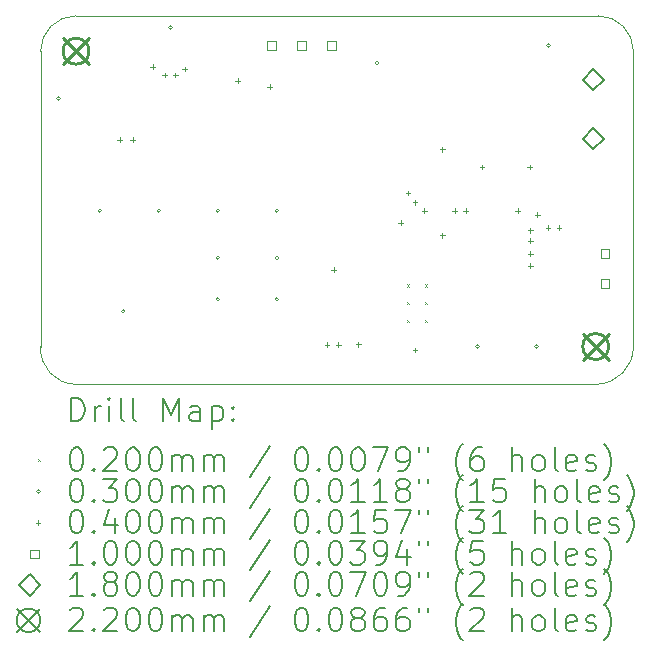
<source format=gbr>
%TF.GenerationSoftware,KiCad,Pcbnew,9.0.2-9.0.2-0~ubuntu24.04.1*%
%TF.CreationDate,2025-05-13T17:43:29+02:00*%
%TF.ProjectId,RCFavoritControlBoard,52434661-766f-4726-9974-436f6e74726f,rev?*%
%TF.SameCoordinates,Original*%
%TF.FileFunction,Drillmap*%
%TF.FilePolarity,Positive*%
%FSLAX45Y45*%
G04 Gerber Fmt 4.5, Leading zero omitted, Abs format (unit mm)*
G04 Created by KiCad (PCBNEW 9.0.2-9.0.2-0~ubuntu24.04.1) date 2025-05-13 17:43:29*
%MOMM*%
%LPD*%
G01*
G04 APERTURE LIST*
%ADD10C,0.050000*%
%ADD11C,0.200000*%
%ADD12C,0.100000*%
%ADD13C,0.180000*%
%ADD14C,0.220000*%
G04 APERTURE END LIST*
D10*
X16900000Y-10720000D02*
X12500000Y-10720000D01*
X16920000Y-7600000D02*
G75*
G02*
X17220000Y-7900000I0J-300000D01*
G01*
X12200000Y-7900000D02*
X12200000Y-10400000D01*
X12200000Y-7900000D02*
G75*
G02*
X12500000Y-7600000I300000J0D01*
G01*
X12500000Y-10720000D02*
G75*
G02*
X12200664Y-10400044I0J300000D01*
G01*
X17220000Y-10400000D02*
G75*
G02*
X16900000Y-10720000I-320000J0D01*
G01*
X17220000Y-7900000D02*
X17220000Y-10400000D01*
X12500000Y-7600000D02*
X16920000Y-7600000D01*
D11*
D12*
X15301250Y-9872500D02*
X15321250Y-9892500D01*
X15321250Y-9872500D02*
X15301250Y-9892500D01*
X15301250Y-10022500D02*
X15321250Y-10042500D01*
X15321250Y-10022500D02*
X15301250Y-10042500D01*
X15301250Y-10172500D02*
X15321250Y-10192500D01*
X15321250Y-10172500D02*
X15301250Y-10192500D01*
X15451250Y-9872500D02*
X15471250Y-9892500D01*
X15471250Y-9872500D02*
X15451250Y-9892500D01*
X15451250Y-10022500D02*
X15471250Y-10042500D01*
X15471250Y-10022500D02*
X15451250Y-10042500D01*
X15451250Y-10172500D02*
X15471250Y-10192500D01*
X15471250Y-10172500D02*
X15451250Y-10192500D01*
X12365000Y-8300000D02*
G75*
G02*
X12335000Y-8300000I-15000J0D01*
G01*
X12335000Y-8300000D02*
G75*
G02*
X12365000Y-8300000I15000J0D01*
G01*
X12715000Y-9250000D02*
G75*
G02*
X12685000Y-9250000I-15000J0D01*
G01*
X12685000Y-9250000D02*
G75*
G02*
X12715000Y-9250000I15000J0D01*
G01*
X12915000Y-10100000D02*
G75*
G02*
X12885000Y-10100000I-15000J0D01*
G01*
X12885000Y-10100000D02*
G75*
G02*
X12915000Y-10100000I15000J0D01*
G01*
X13215000Y-9250000D02*
G75*
G02*
X13185000Y-9250000I-15000J0D01*
G01*
X13185000Y-9250000D02*
G75*
G02*
X13215000Y-9250000I15000J0D01*
G01*
X13315000Y-7700000D02*
G75*
G02*
X13285000Y-7700000I-15000J0D01*
G01*
X13285000Y-7700000D02*
G75*
G02*
X13315000Y-7700000I15000J0D01*
G01*
X13715000Y-9250000D02*
G75*
G02*
X13685000Y-9250000I-15000J0D01*
G01*
X13685000Y-9250000D02*
G75*
G02*
X13715000Y-9250000I15000J0D01*
G01*
X13715000Y-9650000D02*
G75*
G02*
X13685000Y-9650000I-15000J0D01*
G01*
X13685000Y-9650000D02*
G75*
G02*
X13715000Y-9650000I15000J0D01*
G01*
X13715000Y-10000000D02*
G75*
G02*
X13685000Y-10000000I-15000J0D01*
G01*
X13685000Y-10000000D02*
G75*
G02*
X13715000Y-10000000I15000J0D01*
G01*
X14215000Y-9250000D02*
G75*
G02*
X14185000Y-9250000I-15000J0D01*
G01*
X14185000Y-9250000D02*
G75*
G02*
X14215000Y-9250000I15000J0D01*
G01*
X14215000Y-9650000D02*
G75*
G02*
X14185000Y-9650000I-15000J0D01*
G01*
X14185000Y-9650000D02*
G75*
G02*
X14215000Y-9650000I15000J0D01*
G01*
X14215000Y-10000000D02*
G75*
G02*
X14185000Y-10000000I-15000J0D01*
G01*
X14185000Y-10000000D02*
G75*
G02*
X14215000Y-10000000I15000J0D01*
G01*
X15065000Y-8000000D02*
G75*
G02*
X15035000Y-8000000I-15000J0D01*
G01*
X15035000Y-8000000D02*
G75*
G02*
X15065000Y-8000000I15000J0D01*
G01*
X15915000Y-10400000D02*
G75*
G02*
X15885000Y-10400000I-15000J0D01*
G01*
X15885000Y-10400000D02*
G75*
G02*
X15915000Y-10400000I15000J0D01*
G01*
X16415000Y-10400000D02*
G75*
G02*
X16385000Y-10400000I-15000J0D01*
G01*
X16385000Y-10400000D02*
G75*
G02*
X16415000Y-10400000I15000J0D01*
G01*
X16515000Y-7850000D02*
G75*
G02*
X16485000Y-7850000I-15000J0D01*
G01*
X16485000Y-7850000D02*
G75*
G02*
X16515000Y-7850000I15000J0D01*
G01*
X12870000Y-8630000D02*
X12870000Y-8670000D01*
X12850000Y-8650000D02*
X12890000Y-8650000D01*
X12980000Y-8630000D02*
X12980000Y-8670000D01*
X12960000Y-8650000D02*
X13000000Y-8650000D01*
X13150000Y-8010000D02*
X13150000Y-8050000D01*
X13130000Y-8030000D02*
X13170000Y-8030000D01*
X13250000Y-8080000D02*
X13250000Y-8120000D01*
X13230000Y-8100000D02*
X13270000Y-8100000D01*
X13340000Y-8080000D02*
X13340000Y-8120000D01*
X13320000Y-8100000D02*
X13360000Y-8100000D01*
X13420000Y-8030000D02*
X13420000Y-8070000D01*
X13400000Y-8050000D02*
X13440000Y-8050000D01*
X13870000Y-8130000D02*
X13870000Y-8170000D01*
X13850000Y-8150000D02*
X13890000Y-8150000D01*
X14140000Y-8180000D02*
X14140000Y-8220000D01*
X14120000Y-8200000D02*
X14160000Y-8200000D01*
X14625000Y-10365000D02*
X14625000Y-10405000D01*
X14605000Y-10385000D02*
X14645000Y-10385000D01*
X14682500Y-9730000D02*
X14682500Y-9770000D01*
X14662500Y-9750000D02*
X14702500Y-9750000D01*
X14720000Y-10365000D02*
X14720000Y-10405000D01*
X14700000Y-10385000D02*
X14740000Y-10385000D01*
X14890000Y-10360000D02*
X14890000Y-10400000D01*
X14870000Y-10380000D02*
X14910000Y-10380000D01*
X15250000Y-9330000D02*
X15250000Y-9370000D01*
X15230000Y-9350000D02*
X15270000Y-9350000D01*
X15310000Y-9080000D02*
X15310000Y-9120000D01*
X15290000Y-9100000D02*
X15330000Y-9100000D01*
X15370000Y-9160000D02*
X15370000Y-9200000D01*
X15350000Y-9180000D02*
X15390000Y-9180000D01*
X15370000Y-10410000D02*
X15370000Y-10450000D01*
X15350000Y-10430000D02*
X15390000Y-10430000D01*
X15450000Y-9230000D02*
X15450000Y-9270000D01*
X15430000Y-9250000D02*
X15470000Y-9250000D01*
X15600000Y-8710000D02*
X15600000Y-8750000D01*
X15580000Y-8730000D02*
X15620000Y-8730000D01*
X15600000Y-9440000D02*
X15600000Y-9480000D01*
X15580000Y-9460000D02*
X15620000Y-9460000D01*
X15705000Y-9230000D02*
X15705000Y-9270000D01*
X15685000Y-9250000D02*
X15725000Y-9250000D01*
X15800000Y-9230000D02*
X15800000Y-9270000D01*
X15780000Y-9250000D02*
X15820000Y-9250000D01*
X15937868Y-8860104D02*
X15937868Y-8900104D01*
X15917868Y-8880104D02*
X15957868Y-8880104D01*
X16240000Y-9230000D02*
X16240000Y-9270000D01*
X16220000Y-9250000D02*
X16260000Y-9250000D01*
X16340000Y-8860000D02*
X16340000Y-8900000D01*
X16320000Y-8880000D02*
X16360000Y-8880000D01*
X16345000Y-9395000D02*
X16345000Y-9435000D01*
X16325000Y-9415000D02*
X16365000Y-9415000D01*
X16345000Y-9485000D02*
X16345000Y-9525000D01*
X16325000Y-9505000D02*
X16365000Y-9505000D01*
X16345000Y-9595000D02*
X16345000Y-9635000D01*
X16325000Y-9615000D02*
X16365000Y-9615000D01*
X16345000Y-9695000D02*
X16345000Y-9735000D01*
X16325000Y-9715000D02*
X16365000Y-9715000D01*
X16405000Y-9265000D02*
X16405000Y-9305000D01*
X16385000Y-9285000D02*
X16425000Y-9285000D01*
X16495000Y-9375000D02*
X16495000Y-9415000D01*
X16475000Y-9395000D02*
X16515000Y-9395000D01*
X16590000Y-9375000D02*
X16590000Y-9415000D01*
X16570000Y-9395000D02*
X16610000Y-9395000D01*
X14191356Y-7885356D02*
X14191356Y-7814644D01*
X14120644Y-7814644D01*
X14120644Y-7885356D01*
X14191356Y-7885356D01*
X14445356Y-7885356D02*
X14445356Y-7814644D01*
X14374644Y-7814644D01*
X14374644Y-7885356D01*
X14445356Y-7885356D01*
X14699356Y-7885356D02*
X14699356Y-7814644D01*
X14628644Y-7814644D01*
X14628644Y-7885356D01*
X14699356Y-7885356D01*
X17015356Y-9648856D02*
X17015356Y-9578144D01*
X16944644Y-9578144D01*
X16944644Y-9648856D01*
X17015356Y-9648856D01*
X17015356Y-9902856D02*
X17015356Y-9832144D01*
X16944644Y-9832144D01*
X16944644Y-9902856D01*
X17015356Y-9902856D01*
D13*
X16880000Y-8230000D02*
X16970000Y-8140000D01*
X16880000Y-8050000D01*
X16790000Y-8140000D01*
X16880000Y-8230000D01*
X16880000Y-8730000D02*
X16970000Y-8640000D01*
X16880000Y-8550000D01*
X16790000Y-8640000D01*
X16880000Y-8730000D01*
D14*
X12390000Y-7790000D02*
X12610000Y-8010000D01*
X12610000Y-7790000D02*
X12390000Y-8010000D01*
X12610000Y-7900000D02*
G75*
G02*
X12390000Y-7900000I-110000J0D01*
G01*
X12390000Y-7900000D02*
G75*
G02*
X12610000Y-7900000I110000J0D01*
G01*
X16790000Y-10290000D02*
X17010000Y-10510000D01*
X17010000Y-10290000D02*
X16790000Y-10510000D01*
X17010000Y-10400000D02*
G75*
G02*
X16790000Y-10400000I-110000J0D01*
G01*
X16790000Y-10400000D02*
G75*
G02*
X17010000Y-10400000I110000J0D01*
G01*
D11*
X12458277Y-11033984D02*
X12458277Y-10833984D01*
X12458277Y-10833984D02*
X12505896Y-10833984D01*
X12505896Y-10833984D02*
X12534467Y-10843508D01*
X12534467Y-10843508D02*
X12553515Y-10862555D01*
X12553515Y-10862555D02*
X12563039Y-10881603D01*
X12563039Y-10881603D02*
X12572562Y-10919698D01*
X12572562Y-10919698D02*
X12572562Y-10948270D01*
X12572562Y-10948270D02*
X12563039Y-10986365D01*
X12563039Y-10986365D02*
X12553515Y-11005412D01*
X12553515Y-11005412D02*
X12534467Y-11024460D01*
X12534467Y-11024460D02*
X12505896Y-11033984D01*
X12505896Y-11033984D02*
X12458277Y-11033984D01*
X12658277Y-11033984D02*
X12658277Y-10900650D01*
X12658277Y-10938746D02*
X12667801Y-10919698D01*
X12667801Y-10919698D02*
X12677324Y-10910174D01*
X12677324Y-10910174D02*
X12696372Y-10900650D01*
X12696372Y-10900650D02*
X12715420Y-10900650D01*
X12782086Y-11033984D02*
X12782086Y-10900650D01*
X12782086Y-10833984D02*
X12772562Y-10843508D01*
X12772562Y-10843508D02*
X12782086Y-10853031D01*
X12782086Y-10853031D02*
X12791610Y-10843508D01*
X12791610Y-10843508D02*
X12782086Y-10833984D01*
X12782086Y-10833984D02*
X12782086Y-10853031D01*
X12905896Y-11033984D02*
X12886848Y-11024460D01*
X12886848Y-11024460D02*
X12877324Y-11005412D01*
X12877324Y-11005412D02*
X12877324Y-10833984D01*
X13010658Y-11033984D02*
X12991610Y-11024460D01*
X12991610Y-11024460D02*
X12982086Y-11005412D01*
X12982086Y-11005412D02*
X12982086Y-10833984D01*
X13239229Y-11033984D02*
X13239229Y-10833984D01*
X13239229Y-10833984D02*
X13305896Y-10976841D01*
X13305896Y-10976841D02*
X13372562Y-10833984D01*
X13372562Y-10833984D02*
X13372562Y-11033984D01*
X13553515Y-11033984D02*
X13553515Y-10929222D01*
X13553515Y-10929222D02*
X13543991Y-10910174D01*
X13543991Y-10910174D02*
X13524943Y-10900650D01*
X13524943Y-10900650D02*
X13486848Y-10900650D01*
X13486848Y-10900650D02*
X13467801Y-10910174D01*
X13553515Y-11024460D02*
X13534467Y-11033984D01*
X13534467Y-11033984D02*
X13486848Y-11033984D01*
X13486848Y-11033984D02*
X13467801Y-11024460D01*
X13467801Y-11024460D02*
X13458277Y-11005412D01*
X13458277Y-11005412D02*
X13458277Y-10986365D01*
X13458277Y-10986365D02*
X13467801Y-10967317D01*
X13467801Y-10967317D02*
X13486848Y-10957793D01*
X13486848Y-10957793D02*
X13534467Y-10957793D01*
X13534467Y-10957793D02*
X13553515Y-10948270D01*
X13648753Y-10900650D02*
X13648753Y-11100650D01*
X13648753Y-10910174D02*
X13667801Y-10900650D01*
X13667801Y-10900650D02*
X13705896Y-10900650D01*
X13705896Y-10900650D02*
X13724943Y-10910174D01*
X13724943Y-10910174D02*
X13734467Y-10919698D01*
X13734467Y-10919698D02*
X13743991Y-10938746D01*
X13743991Y-10938746D02*
X13743991Y-10995889D01*
X13743991Y-10995889D02*
X13734467Y-11014936D01*
X13734467Y-11014936D02*
X13724943Y-11024460D01*
X13724943Y-11024460D02*
X13705896Y-11033984D01*
X13705896Y-11033984D02*
X13667801Y-11033984D01*
X13667801Y-11033984D02*
X13648753Y-11024460D01*
X13829705Y-11014936D02*
X13839229Y-11024460D01*
X13839229Y-11024460D02*
X13829705Y-11033984D01*
X13829705Y-11033984D02*
X13820182Y-11024460D01*
X13820182Y-11024460D02*
X13829705Y-11014936D01*
X13829705Y-11014936D02*
X13829705Y-11033984D01*
X13829705Y-10910174D02*
X13839229Y-10919698D01*
X13839229Y-10919698D02*
X13829705Y-10929222D01*
X13829705Y-10929222D02*
X13820182Y-10919698D01*
X13820182Y-10919698D02*
X13829705Y-10910174D01*
X13829705Y-10910174D02*
X13829705Y-10929222D01*
D12*
X12177500Y-11352500D02*
X12197500Y-11372500D01*
X12197500Y-11352500D02*
X12177500Y-11372500D01*
D11*
X12496372Y-11253984D02*
X12515420Y-11253984D01*
X12515420Y-11253984D02*
X12534467Y-11263508D01*
X12534467Y-11263508D02*
X12543991Y-11273031D01*
X12543991Y-11273031D02*
X12553515Y-11292079D01*
X12553515Y-11292079D02*
X12563039Y-11330174D01*
X12563039Y-11330174D02*
X12563039Y-11377793D01*
X12563039Y-11377793D02*
X12553515Y-11415888D01*
X12553515Y-11415888D02*
X12543991Y-11434936D01*
X12543991Y-11434936D02*
X12534467Y-11444460D01*
X12534467Y-11444460D02*
X12515420Y-11453984D01*
X12515420Y-11453984D02*
X12496372Y-11453984D01*
X12496372Y-11453984D02*
X12477324Y-11444460D01*
X12477324Y-11444460D02*
X12467801Y-11434936D01*
X12467801Y-11434936D02*
X12458277Y-11415888D01*
X12458277Y-11415888D02*
X12448753Y-11377793D01*
X12448753Y-11377793D02*
X12448753Y-11330174D01*
X12448753Y-11330174D02*
X12458277Y-11292079D01*
X12458277Y-11292079D02*
X12467801Y-11273031D01*
X12467801Y-11273031D02*
X12477324Y-11263508D01*
X12477324Y-11263508D02*
X12496372Y-11253984D01*
X12648753Y-11434936D02*
X12658277Y-11444460D01*
X12658277Y-11444460D02*
X12648753Y-11453984D01*
X12648753Y-11453984D02*
X12639229Y-11444460D01*
X12639229Y-11444460D02*
X12648753Y-11434936D01*
X12648753Y-11434936D02*
X12648753Y-11453984D01*
X12734467Y-11273031D02*
X12743991Y-11263508D01*
X12743991Y-11263508D02*
X12763039Y-11253984D01*
X12763039Y-11253984D02*
X12810658Y-11253984D01*
X12810658Y-11253984D02*
X12829705Y-11263508D01*
X12829705Y-11263508D02*
X12839229Y-11273031D01*
X12839229Y-11273031D02*
X12848753Y-11292079D01*
X12848753Y-11292079D02*
X12848753Y-11311127D01*
X12848753Y-11311127D02*
X12839229Y-11339698D01*
X12839229Y-11339698D02*
X12724943Y-11453984D01*
X12724943Y-11453984D02*
X12848753Y-11453984D01*
X12972562Y-11253984D02*
X12991610Y-11253984D01*
X12991610Y-11253984D02*
X13010658Y-11263508D01*
X13010658Y-11263508D02*
X13020182Y-11273031D01*
X13020182Y-11273031D02*
X13029705Y-11292079D01*
X13029705Y-11292079D02*
X13039229Y-11330174D01*
X13039229Y-11330174D02*
X13039229Y-11377793D01*
X13039229Y-11377793D02*
X13029705Y-11415888D01*
X13029705Y-11415888D02*
X13020182Y-11434936D01*
X13020182Y-11434936D02*
X13010658Y-11444460D01*
X13010658Y-11444460D02*
X12991610Y-11453984D01*
X12991610Y-11453984D02*
X12972562Y-11453984D01*
X12972562Y-11453984D02*
X12953515Y-11444460D01*
X12953515Y-11444460D02*
X12943991Y-11434936D01*
X12943991Y-11434936D02*
X12934467Y-11415888D01*
X12934467Y-11415888D02*
X12924943Y-11377793D01*
X12924943Y-11377793D02*
X12924943Y-11330174D01*
X12924943Y-11330174D02*
X12934467Y-11292079D01*
X12934467Y-11292079D02*
X12943991Y-11273031D01*
X12943991Y-11273031D02*
X12953515Y-11263508D01*
X12953515Y-11263508D02*
X12972562Y-11253984D01*
X13163039Y-11253984D02*
X13182086Y-11253984D01*
X13182086Y-11253984D02*
X13201134Y-11263508D01*
X13201134Y-11263508D02*
X13210658Y-11273031D01*
X13210658Y-11273031D02*
X13220182Y-11292079D01*
X13220182Y-11292079D02*
X13229705Y-11330174D01*
X13229705Y-11330174D02*
X13229705Y-11377793D01*
X13229705Y-11377793D02*
X13220182Y-11415888D01*
X13220182Y-11415888D02*
X13210658Y-11434936D01*
X13210658Y-11434936D02*
X13201134Y-11444460D01*
X13201134Y-11444460D02*
X13182086Y-11453984D01*
X13182086Y-11453984D02*
X13163039Y-11453984D01*
X13163039Y-11453984D02*
X13143991Y-11444460D01*
X13143991Y-11444460D02*
X13134467Y-11434936D01*
X13134467Y-11434936D02*
X13124943Y-11415888D01*
X13124943Y-11415888D02*
X13115420Y-11377793D01*
X13115420Y-11377793D02*
X13115420Y-11330174D01*
X13115420Y-11330174D02*
X13124943Y-11292079D01*
X13124943Y-11292079D02*
X13134467Y-11273031D01*
X13134467Y-11273031D02*
X13143991Y-11263508D01*
X13143991Y-11263508D02*
X13163039Y-11253984D01*
X13315420Y-11453984D02*
X13315420Y-11320650D01*
X13315420Y-11339698D02*
X13324943Y-11330174D01*
X13324943Y-11330174D02*
X13343991Y-11320650D01*
X13343991Y-11320650D02*
X13372563Y-11320650D01*
X13372563Y-11320650D02*
X13391610Y-11330174D01*
X13391610Y-11330174D02*
X13401134Y-11349222D01*
X13401134Y-11349222D02*
X13401134Y-11453984D01*
X13401134Y-11349222D02*
X13410658Y-11330174D01*
X13410658Y-11330174D02*
X13429705Y-11320650D01*
X13429705Y-11320650D02*
X13458277Y-11320650D01*
X13458277Y-11320650D02*
X13477324Y-11330174D01*
X13477324Y-11330174D02*
X13486848Y-11349222D01*
X13486848Y-11349222D02*
X13486848Y-11453984D01*
X13582086Y-11453984D02*
X13582086Y-11320650D01*
X13582086Y-11339698D02*
X13591610Y-11330174D01*
X13591610Y-11330174D02*
X13610658Y-11320650D01*
X13610658Y-11320650D02*
X13639229Y-11320650D01*
X13639229Y-11320650D02*
X13658277Y-11330174D01*
X13658277Y-11330174D02*
X13667801Y-11349222D01*
X13667801Y-11349222D02*
X13667801Y-11453984D01*
X13667801Y-11349222D02*
X13677324Y-11330174D01*
X13677324Y-11330174D02*
X13696372Y-11320650D01*
X13696372Y-11320650D02*
X13724943Y-11320650D01*
X13724943Y-11320650D02*
X13743991Y-11330174D01*
X13743991Y-11330174D02*
X13753515Y-11349222D01*
X13753515Y-11349222D02*
X13753515Y-11453984D01*
X14143991Y-11244460D02*
X13972563Y-11501603D01*
X14401134Y-11253984D02*
X14420182Y-11253984D01*
X14420182Y-11253984D02*
X14439229Y-11263508D01*
X14439229Y-11263508D02*
X14448753Y-11273031D01*
X14448753Y-11273031D02*
X14458277Y-11292079D01*
X14458277Y-11292079D02*
X14467801Y-11330174D01*
X14467801Y-11330174D02*
X14467801Y-11377793D01*
X14467801Y-11377793D02*
X14458277Y-11415888D01*
X14458277Y-11415888D02*
X14448753Y-11434936D01*
X14448753Y-11434936D02*
X14439229Y-11444460D01*
X14439229Y-11444460D02*
X14420182Y-11453984D01*
X14420182Y-11453984D02*
X14401134Y-11453984D01*
X14401134Y-11453984D02*
X14382086Y-11444460D01*
X14382086Y-11444460D02*
X14372563Y-11434936D01*
X14372563Y-11434936D02*
X14363039Y-11415888D01*
X14363039Y-11415888D02*
X14353515Y-11377793D01*
X14353515Y-11377793D02*
X14353515Y-11330174D01*
X14353515Y-11330174D02*
X14363039Y-11292079D01*
X14363039Y-11292079D02*
X14372563Y-11273031D01*
X14372563Y-11273031D02*
X14382086Y-11263508D01*
X14382086Y-11263508D02*
X14401134Y-11253984D01*
X14553515Y-11434936D02*
X14563039Y-11444460D01*
X14563039Y-11444460D02*
X14553515Y-11453984D01*
X14553515Y-11453984D02*
X14543991Y-11444460D01*
X14543991Y-11444460D02*
X14553515Y-11434936D01*
X14553515Y-11434936D02*
X14553515Y-11453984D01*
X14686848Y-11253984D02*
X14705896Y-11253984D01*
X14705896Y-11253984D02*
X14724944Y-11263508D01*
X14724944Y-11263508D02*
X14734467Y-11273031D01*
X14734467Y-11273031D02*
X14743991Y-11292079D01*
X14743991Y-11292079D02*
X14753515Y-11330174D01*
X14753515Y-11330174D02*
X14753515Y-11377793D01*
X14753515Y-11377793D02*
X14743991Y-11415888D01*
X14743991Y-11415888D02*
X14734467Y-11434936D01*
X14734467Y-11434936D02*
X14724944Y-11444460D01*
X14724944Y-11444460D02*
X14705896Y-11453984D01*
X14705896Y-11453984D02*
X14686848Y-11453984D01*
X14686848Y-11453984D02*
X14667801Y-11444460D01*
X14667801Y-11444460D02*
X14658277Y-11434936D01*
X14658277Y-11434936D02*
X14648753Y-11415888D01*
X14648753Y-11415888D02*
X14639229Y-11377793D01*
X14639229Y-11377793D02*
X14639229Y-11330174D01*
X14639229Y-11330174D02*
X14648753Y-11292079D01*
X14648753Y-11292079D02*
X14658277Y-11273031D01*
X14658277Y-11273031D02*
X14667801Y-11263508D01*
X14667801Y-11263508D02*
X14686848Y-11253984D01*
X14877325Y-11253984D02*
X14896372Y-11253984D01*
X14896372Y-11253984D02*
X14915420Y-11263508D01*
X14915420Y-11263508D02*
X14924944Y-11273031D01*
X14924944Y-11273031D02*
X14934467Y-11292079D01*
X14934467Y-11292079D02*
X14943991Y-11330174D01*
X14943991Y-11330174D02*
X14943991Y-11377793D01*
X14943991Y-11377793D02*
X14934467Y-11415888D01*
X14934467Y-11415888D02*
X14924944Y-11434936D01*
X14924944Y-11434936D02*
X14915420Y-11444460D01*
X14915420Y-11444460D02*
X14896372Y-11453984D01*
X14896372Y-11453984D02*
X14877325Y-11453984D01*
X14877325Y-11453984D02*
X14858277Y-11444460D01*
X14858277Y-11444460D02*
X14848753Y-11434936D01*
X14848753Y-11434936D02*
X14839229Y-11415888D01*
X14839229Y-11415888D02*
X14829706Y-11377793D01*
X14829706Y-11377793D02*
X14829706Y-11330174D01*
X14829706Y-11330174D02*
X14839229Y-11292079D01*
X14839229Y-11292079D02*
X14848753Y-11273031D01*
X14848753Y-11273031D02*
X14858277Y-11263508D01*
X14858277Y-11263508D02*
X14877325Y-11253984D01*
X15010658Y-11253984D02*
X15143991Y-11253984D01*
X15143991Y-11253984D02*
X15058277Y-11453984D01*
X15229706Y-11453984D02*
X15267801Y-11453984D01*
X15267801Y-11453984D02*
X15286848Y-11444460D01*
X15286848Y-11444460D02*
X15296372Y-11434936D01*
X15296372Y-11434936D02*
X15315420Y-11406365D01*
X15315420Y-11406365D02*
X15324944Y-11368269D01*
X15324944Y-11368269D02*
X15324944Y-11292079D01*
X15324944Y-11292079D02*
X15315420Y-11273031D01*
X15315420Y-11273031D02*
X15305896Y-11263508D01*
X15305896Y-11263508D02*
X15286848Y-11253984D01*
X15286848Y-11253984D02*
X15248753Y-11253984D01*
X15248753Y-11253984D02*
X15229706Y-11263508D01*
X15229706Y-11263508D02*
X15220182Y-11273031D01*
X15220182Y-11273031D02*
X15210658Y-11292079D01*
X15210658Y-11292079D02*
X15210658Y-11339698D01*
X15210658Y-11339698D02*
X15220182Y-11358746D01*
X15220182Y-11358746D02*
X15229706Y-11368269D01*
X15229706Y-11368269D02*
X15248753Y-11377793D01*
X15248753Y-11377793D02*
X15286848Y-11377793D01*
X15286848Y-11377793D02*
X15305896Y-11368269D01*
X15305896Y-11368269D02*
X15315420Y-11358746D01*
X15315420Y-11358746D02*
X15324944Y-11339698D01*
X15401134Y-11253984D02*
X15401134Y-11292079D01*
X15477325Y-11253984D02*
X15477325Y-11292079D01*
X15772563Y-11530174D02*
X15763039Y-11520650D01*
X15763039Y-11520650D02*
X15743991Y-11492079D01*
X15743991Y-11492079D02*
X15734468Y-11473031D01*
X15734468Y-11473031D02*
X15724944Y-11444460D01*
X15724944Y-11444460D02*
X15715420Y-11396841D01*
X15715420Y-11396841D02*
X15715420Y-11358746D01*
X15715420Y-11358746D02*
X15724944Y-11311127D01*
X15724944Y-11311127D02*
X15734468Y-11282555D01*
X15734468Y-11282555D02*
X15743991Y-11263508D01*
X15743991Y-11263508D02*
X15763039Y-11234936D01*
X15763039Y-11234936D02*
X15772563Y-11225412D01*
X15934468Y-11253984D02*
X15896372Y-11253984D01*
X15896372Y-11253984D02*
X15877325Y-11263508D01*
X15877325Y-11263508D02*
X15867801Y-11273031D01*
X15867801Y-11273031D02*
X15848753Y-11301603D01*
X15848753Y-11301603D02*
X15839229Y-11339698D01*
X15839229Y-11339698D02*
X15839229Y-11415888D01*
X15839229Y-11415888D02*
X15848753Y-11434936D01*
X15848753Y-11434936D02*
X15858277Y-11444460D01*
X15858277Y-11444460D02*
X15877325Y-11453984D01*
X15877325Y-11453984D02*
X15915420Y-11453984D01*
X15915420Y-11453984D02*
X15934468Y-11444460D01*
X15934468Y-11444460D02*
X15943991Y-11434936D01*
X15943991Y-11434936D02*
X15953515Y-11415888D01*
X15953515Y-11415888D02*
X15953515Y-11368269D01*
X15953515Y-11368269D02*
X15943991Y-11349222D01*
X15943991Y-11349222D02*
X15934468Y-11339698D01*
X15934468Y-11339698D02*
X15915420Y-11330174D01*
X15915420Y-11330174D02*
X15877325Y-11330174D01*
X15877325Y-11330174D02*
X15858277Y-11339698D01*
X15858277Y-11339698D02*
X15848753Y-11349222D01*
X15848753Y-11349222D02*
X15839229Y-11368269D01*
X16191610Y-11453984D02*
X16191610Y-11253984D01*
X16277325Y-11453984D02*
X16277325Y-11349222D01*
X16277325Y-11349222D02*
X16267801Y-11330174D01*
X16267801Y-11330174D02*
X16248753Y-11320650D01*
X16248753Y-11320650D02*
X16220182Y-11320650D01*
X16220182Y-11320650D02*
X16201134Y-11330174D01*
X16201134Y-11330174D02*
X16191610Y-11339698D01*
X16401134Y-11453984D02*
X16382087Y-11444460D01*
X16382087Y-11444460D02*
X16372563Y-11434936D01*
X16372563Y-11434936D02*
X16363039Y-11415888D01*
X16363039Y-11415888D02*
X16363039Y-11358746D01*
X16363039Y-11358746D02*
X16372563Y-11339698D01*
X16372563Y-11339698D02*
X16382087Y-11330174D01*
X16382087Y-11330174D02*
X16401134Y-11320650D01*
X16401134Y-11320650D02*
X16429706Y-11320650D01*
X16429706Y-11320650D02*
X16448753Y-11330174D01*
X16448753Y-11330174D02*
X16458277Y-11339698D01*
X16458277Y-11339698D02*
X16467801Y-11358746D01*
X16467801Y-11358746D02*
X16467801Y-11415888D01*
X16467801Y-11415888D02*
X16458277Y-11434936D01*
X16458277Y-11434936D02*
X16448753Y-11444460D01*
X16448753Y-11444460D02*
X16429706Y-11453984D01*
X16429706Y-11453984D02*
X16401134Y-11453984D01*
X16582087Y-11453984D02*
X16563039Y-11444460D01*
X16563039Y-11444460D02*
X16553515Y-11425412D01*
X16553515Y-11425412D02*
X16553515Y-11253984D01*
X16734468Y-11444460D02*
X16715420Y-11453984D01*
X16715420Y-11453984D02*
X16677325Y-11453984D01*
X16677325Y-11453984D02*
X16658277Y-11444460D01*
X16658277Y-11444460D02*
X16648753Y-11425412D01*
X16648753Y-11425412D02*
X16648753Y-11349222D01*
X16648753Y-11349222D02*
X16658277Y-11330174D01*
X16658277Y-11330174D02*
X16677325Y-11320650D01*
X16677325Y-11320650D02*
X16715420Y-11320650D01*
X16715420Y-11320650D02*
X16734468Y-11330174D01*
X16734468Y-11330174D02*
X16743991Y-11349222D01*
X16743991Y-11349222D02*
X16743991Y-11368269D01*
X16743991Y-11368269D02*
X16648753Y-11387317D01*
X16820182Y-11444460D02*
X16839230Y-11453984D01*
X16839230Y-11453984D02*
X16877325Y-11453984D01*
X16877325Y-11453984D02*
X16896373Y-11444460D01*
X16896373Y-11444460D02*
X16905896Y-11425412D01*
X16905896Y-11425412D02*
X16905896Y-11415888D01*
X16905896Y-11415888D02*
X16896373Y-11396841D01*
X16896373Y-11396841D02*
X16877325Y-11387317D01*
X16877325Y-11387317D02*
X16848753Y-11387317D01*
X16848753Y-11387317D02*
X16829706Y-11377793D01*
X16829706Y-11377793D02*
X16820182Y-11358746D01*
X16820182Y-11358746D02*
X16820182Y-11349222D01*
X16820182Y-11349222D02*
X16829706Y-11330174D01*
X16829706Y-11330174D02*
X16848753Y-11320650D01*
X16848753Y-11320650D02*
X16877325Y-11320650D01*
X16877325Y-11320650D02*
X16896373Y-11330174D01*
X16972563Y-11530174D02*
X16982087Y-11520650D01*
X16982087Y-11520650D02*
X17001134Y-11492079D01*
X17001134Y-11492079D02*
X17010658Y-11473031D01*
X17010658Y-11473031D02*
X17020182Y-11444460D01*
X17020182Y-11444460D02*
X17029706Y-11396841D01*
X17029706Y-11396841D02*
X17029706Y-11358746D01*
X17029706Y-11358746D02*
X17020182Y-11311127D01*
X17020182Y-11311127D02*
X17010658Y-11282555D01*
X17010658Y-11282555D02*
X17001134Y-11263508D01*
X17001134Y-11263508D02*
X16982087Y-11234936D01*
X16982087Y-11234936D02*
X16972563Y-11225412D01*
D12*
X12197500Y-11626500D02*
G75*
G02*
X12167500Y-11626500I-15000J0D01*
G01*
X12167500Y-11626500D02*
G75*
G02*
X12197500Y-11626500I15000J0D01*
G01*
D11*
X12496372Y-11517984D02*
X12515420Y-11517984D01*
X12515420Y-11517984D02*
X12534467Y-11527508D01*
X12534467Y-11527508D02*
X12543991Y-11537031D01*
X12543991Y-11537031D02*
X12553515Y-11556079D01*
X12553515Y-11556079D02*
X12563039Y-11594174D01*
X12563039Y-11594174D02*
X12563039Y-11641793D01*
X12563039Y-11641793D02*
X12553515Y-11679888D01*
X12553515Y-11679888D02*
X12543991Y-11698936D01*
X12543991Y-11698936D02*
X12534467Y-11708460D01*
X12534467Y-11708460D02*
X12515420Y-11717984D01*
X12515420Y-11717984D02*
X12496372Y-11717984D01*
X12496372Y-11717984D02*
X12477324Y-11708460D01*
X12477324Y-11708460D02*
X12467801Y-11698936D01*
X12467801Y-11698936D02*
X12458277Y-11679888D01*
X12458277Y-11679888D02*
X12448753Y-11641793D01*
X12448753Y-11641793D02*
X12448753Y-11594174D01*
X12448753Y-11594174D02*
X12458277Y-11556079D01*
X12458277Y-11556079D02*
X12467801Y-11537031D01*
X12467801Y-11537031D02*
X12477324Y-11527508D01*
X12477324Y-11527508D02*
X12496372Y-11517984D01*
X12648753Y-11698936D02*
X12658277Y-11708460D01*
X12658277Y-11708460D02*
X12648753Y-11717984D01*
X12648753Y-11717984D02*
X12639229Y-11708460D01*
X12639229Y-11708460D02*
X12648753Y-11698936D01*
X12648753Y-11698936D02*
X12648753Y-11717984D01*
X12724943Y-11517984D02*
X12848753Y-11517984D01*
X12848753Y-11517984D02*
X12782086Y-11594174D01*
X12782086Y-11594174D02*
X12810658Y-11594174D01*
X12810658Y-11594174D02*
X12829705Y-11603698D01*
X12829705Y-11603698D02*
X12839229Y-11613222D01*
X12839229Y-11613222D02*
X12848753Y-11632269D01*
X12848753Y-11632269D02*
X12848753Y-11679888D01*
X12848753Y-11679888D02*
X12839229Y-11698936D01*
X12839229Y-11698936D02*
X12829705Y-11708460D01*
X12829705Y-11708460D02*
X12810658Y-11717984D01*
X12810658Y-11717984D02*
X12753515Y-11717984D01*
X12753515Y-11717984D02*
X12734467Y-11708460D01*
X12734467Y-11708460D02*
X12724943Y-11698936D01*
X12972562Y-11517984D02*
X12991610Y-11517984D01*
X12991610Y-11517984D02*
X13010658Y-11527508D01*
X13010658Y-11527508D02*
X13020182Y-11537031D01*
X13020182Y-11537031D02*
X13029705Y-11556079D01*
X13029705Y-11556079D02*
X13039229Y-11594174D01*
X13039229Y-11594174D02*
X13039229Y-11641793D01*
X13039229Y-11641793D02*
X13029705Y-11679888D01*
X13029705Y-11679888D02*
X13020182Y-11698936D01*
X13020182Y-11698936D02*
X13010658Y-11708460D01*
X13010658Y-11708460D02*
X12991610Y-11717984D01*
X12991610Y-11717984D02*
X12972562Y-11717984D01*
X12972562Y-11717984D02*
X12953515Y-11708460D01*
X12953515Y-11708460D02*
X12943991Y-11698936D01*
X12943991Y-11698936D02*
X12934467Y-11679888D01*
X12934467Y-11679888D02*
X12924943Y-11641793D01*
X12924943Y-11641793D02*
X12924943Y-11594174D01*
X12924943Y-11594174D02*
X12934467Y-11556079D01*
X12934467Y-11556079D02*
X12943991Y-11537031D01*
X12943991Y-11537031D02*
X12953515Y-11527508D01*
X12953515Y-11527508D02*
X12972562Y-11517984D01*
X13163039Y-11517984D02*
X13182086Y-11517984D01*
X13182086Y-11517984D02*
X13201134Y-11527508D01*
X13201134Y-11527508D02*
X13210658Y-11537031D01*
X13210658Y-11537031D02*
X13220182Y-11556079D01*
X13220182Y-11556079D02*
X13229705Y-11594174D01*
X13229705Y-11594174D02*
X13229705Y-11641793D01*
X13229705Y-11641793D02*
X13220182Y-11679888D01*
X13220182Y-11679888D02*
X13210658Y-11698936D01*
X13210658Y-11698936D02*
X13201134Y-11708460D01*
X13201134Y-11708460D02*
X13182086Y-11717984D01*
X13182086Y-11717984D02*
X13163039Y-11717984D01*
X13163039Y-11717984D02*
X13143991Y-11708460D01*
X13143991Y-11708460D02*
X13134467Y-11698936D01*
X13134467Y-11698936D02*
X13124943Y-11679888D01*
X13124943Y-11679888D02*
X13115420Y-11641793D01*
X13115420Y-11641793D02*
X13115420Y-11594174D01*
X13115420Y-11594174D02*
X13124943Y-11556079D01*
X13124943Y-11556079D02*
X13134467Y-11537031D01*
X13134467Y-11537031D02*
X13143991Y-11527508D01*
X13143991Y-11527508D02*
X13163039Y-11517984D01*
X13315420Y-11717984D02*
X13315420Y-11584650D01*
X13315420Y-11603698D02*
X13324943Y-11594174D01*
X13324943Y-11594174D02*
X13343991Y-11584650D01*
X13343991Y-11584650D02*
X13372563Y-11584650D01*
X13372563Y-11584650D02*
X13391610Y-11594174D01*
X13391610Y-11594174D02*
X13401134Y-11613222D01*
X13401134Y-11613222D02*
X13401134Y-11717984D01*
X13401134Y-11613222D02*
X13410658Y-11594174D01*
X13410658Y-11594174D02*
X13429705Y-11584650D01*
X13429705Y-11584650D02*
X13458277Y-11584650D01*
X13458277Y-11584650D02*
X13477324Y-11594174D01*
X13477324Y-11594174D02*
X13486848Y-11613222D01*
X13486848Y-11613222D02*
X13486848Y-11717984D01*
X13582086Y-11717984D02*
X13582086Y-11584650D01*
X13582086Y-11603698D02*
X13591610Y-11594174D01*
X13591610Y-11594174D02*
X13610658Y-11584650D01*
X13610658Y-11584650D02*
X13639229Y-11584650D01*
X13639229Y-11584650D02*
X13658277Y-11594174D01*
X13658277Y-11594174D02*
X13667801Y-11613222D01*
X13667801Y-11613222D02*
X13667801Y-11717984D01*
X13667801Y-11613222D02*
X13677324Y-11594174D01*
X13677324Y-11594174D02*
X13696372Y-11584650D01*
X13696372Y-11584650D02*
X13724943Y-11584650D01*
X13724943Y-11584650D02*
X13743991Y-11594174D01*
X13743991Y-11594174D02*
X13753515Y-11613222D01*
X13753515Y-11613222D02*
X13753515Y-11717984D01*
X14143991Y-11508460D02*
X13972563Y-11765603D01*
X14401134Y-11517984D02*
X14420182Y-11517984D01*
X14420182Y-11517984D02*
X14439229Y-11527508D01*
X14439229Y-11527508D02*
X14448753Y-11537031D01*
X14448753Y-11537031D02*
X14458277Y-11556079D01*
X14458277Y-11556079D02*
X14467801Y-11594174D01*
X14467801Y-11594174D02*
X14467801Y-11641793D01*
X14467801Y-11641793D02*
X14458277Y-11679888D01*
X14458277Y-11679888D02*
X14448753Y-11698936D01*
X14448753Y-11698936D02*
X14439229Y-11708460D01*
X14439229Y-11708460D02*
X14420182Y-11717984D01*
X14420182Y-11717984D02*
X14401134Y-11717984D01*
X14401134Y-11717984D02*
X14382086Y-11708460D01*
X14382086Y-11708460D02*
X14372563Y-11698936D01*
X14372563Y-11698936D02*
X14363039Y-11679888D01*
X14363039Y-11679888D02*
X14353515Y-11641793D01*
X14353515Y-11641793D02*
X14353515Y-11594174D01*
X14353515Y-11594174D02*
X14363039Y-11556079D01*
X14363039Y-11556079D02*
X14372563Y-11537031D01*
X14372563Y-11537031D02*
X14382086Y-11527508D01*
X14382086Y-11527508D02*
X14401134Y-11517984D01*
X14553515Y-11698936D02*
X14563039Y-11708460D01*
X14563039Y-11708460D02*
X14553515Y-11717984D01*
X14553515Y-11717984D02*
X14543991Y-11708460D01*
X14543991Y-11708460D02*
X14553515Y-11698936D01*
X14553515Y-11698936D02*
X14553515Y-11717984D01*
X14686848Y-11517984D02*
X14705896Y-11517984D01*
X14705896Y-11517984D02*
X14724944Y-11527508D01*
X14724944Y-11527508D02*
X14734467Y-11537031D01*
X14734467Y-11537031D02*
X14743991Y-11556079D01*
X14743991Y-11556079D02*
X14753515Y-11594174D01*
X14753515Y-11594174D02*
X14753515Y-11641793D01*
X14753515Y-11641793D02*
X14743991Y-11679888D01*
X14743991Y-11679888D02*
X14734467Y-11698936D01*
X14734467Y-11698936D02*
X14724944Y-11708460D01*
X14724944Y-11708460D02*
X14705896Y-11717984D01*
X14705896Y-11717984D02*
X14686848Y-11717984D01*
X14686848Y-11717984D02*
X14667801Y-11708460D01*
X14667801Y-11708460D02*
X14658277Y-11698936D01*
X14658277Y-11698936D02*
X14648753Y-11679888D01*
X14648753Y-11679888D02*
X14639229Y-11641793D01*
X14639229Y-11641793D02*
X14639229Y-11594174D01*
X14639229Y-11594174D02*
X14648753Y-11556079D01*
X14648753Y-11556079D02*
X14658277Y-11537031D01*
X14658277Y-11537031D02*
X14667801Y-11527508D01*
X14667801Y-11527508D02*
X14686848Y-11517984D01*
X14943991Y-11717984D02*
X14829706Y-11717984D01*
X14886848Y-11717984D02*
X14886848Y-11517984D01*
X14886848Y-11517984D02*
X14867801Y-11546555D01*
X14867801Y-11546555D02*
X14848753Y-11565603D01*
X14848753Y-11565603D02*
X14829706Y-11575127D01*
X15134467Y-11717984D02*
X15020182Y-11717984D01*
X15077325Y-11717984D02*
X15077325Y-11517984D01*
X15077325Y-11517984D02*
X15058277Y-11546555D01*
X15058277Y-11546555D02*
X15039229Y-11565603D01*
X15039229Y-11565603D02*
X15020182Y-11575127D01*
X15248753Y-11603698D02*
X15229706Y-11594174D01*
X15229706Y-11594174D02*
X15220182Y-11584650D01*
X15220182Y-11584650D02*
X15210658Y-11565603D01*
X15210658Y-11565603D02*
X15210658Y-11556079D01*
X15210658Y-11556079D02*
X15220182Y-11537031D01*
X15220182Y-11537031D02*
X15229706Y-11527508D01*
X15229706Y-11527508D02*
X15248753Y-11517984D01*
X15248753Y-11517984D02*
X15286848Y-11517984D01*
X15286848Y-11517984D02*
X15305896Y-11527508D01*
X15305896Y-11527508D02*
X15315420Y-11537031D01*
X15315420Y-11537031D02*
X15324944Y-11556079D01*
X15324944Y-11556079D02*
X15324944Y-11565603D01*
X15324944Y-11565603D02*
X15315420Y-11584650D01*
X15315420Y-11584650D02*
X15305896Y-11594174D01*
X15305896Y-11594174D02*
X15286848Y-11603698D01*
X15286848Y-11603698D02*
X15248753Y-11603698D01*
X15248753Y-11603698D02*
X15229706Y-11613222D01*
X15229706Y-11613222D02*
X15220182Y-11622746D01*
X15220182Y-11622746D02*
X15210658Y-11641793D01*
X15210658Y-11641793D02*
X15210658Y-11679888D01*
X15210658Y-11679888D02*
X15220182Y-11698936D01*
X15220182Y-11698936D02*
X15229706Y-11708460D01*
X15229706Y-11708460D02*
X15248753Y-11717984D01*
X15248753Y-11717984D02*
X15286848Y-11717984D01*
X15286848Y-11717984D02*
X15305896Y-11708460D01*
X15305896Y-11708460D02*
X15315420Y-11698936D01*
X15315420Y-11698936D02*
X15324944Y-11679888D01*
X15324944Y-11679888D02*
X15324944Y-11641793D01*
X15324944Y-11641793D02*
X15315420Y-11622746D01*
X15315420Y-11622746D02*
X15305896Y-11613222D01*
X15305896Y-11613222D02*
X15286848Y-11603698D01*
X15401134Y-11517984D02*
X15401134Y-11556079D01*
X15477325Y-11517984D02*
X15477325Y-11556079D01*
X15772563Y-11794174D02*
X15763039Y-11784650D01*
X15763039Y-11784650D02*
X15743991Y-11756079D01*
X15743991Y-11756079D02*
X15734468Y-11737031D01*
X15734468Y-11737031D02*
X15724944Y-11708460D01*
X15724944Y-11708460D02*
X15715420Y-11660841D01*
X15715420Y-11660841D02*
X15715420Y-11622746D01*
X15715420Y-11622746D02*
X15724944Y-11575127D01*
X15724944Y-11575127D02*
X15734468Y-11546555D01*
X15734468Y-11546555D02*
X15743991Y-11527508D01*
X15743991Y-11527508D02*
X15763039Y-11498936D01*
X15763039Y-11498936D02*
X15772563Y-11489412D01*
X15953515Y-11717984D02*
X15839229Y-11717984D01*
X15896372Y-11717984D02*
X15896372Y-11517984D01*
X15896372Y-11517984D02*
X15877325Y-11546555D01*
X15877325Y-11546555D02*
X15858277Y-11565603D01*
X15858277Y-11565603D02*
X15839229Y-11575127D01*
X16134468Y-11517984D02*
X16039229Y-11517984D01*
X16039229Y-11517984D02*
X16029706Y-11613222D01*
X16029706Y-11613222D02*
X16039229Y-11603698D01*
X16039229Y-11603698D02*
X16058277Y-11594174D01*
X16058277Y-11594174D02*
X16105896Y-11594174D01*
X16105896Y-11594174D02*
X16124944Y-11603698D01*
X16124944Y-11603698D02*
X16134468Y-11613222D01*
X16134468Y-11613222D02*
X16143991Y-11632269D01*
X16143991Y-11632269D02*
X16143991Y-11679888D01*
X16143991Y-11679888D02*
X16134468Y-11698936D01*
X16134468Y-11698936D02*
X16124944Y-11708460D01*
X16124944Y-11708460D02*
X16105896Y-11717984D01*
X16105896Y-11717984D02*
X16058277Y-11717984D01*
X16058277Y-11717984D02*
X16039229Y-11708460D01*
X16039229Y-11708460D02*
X16029706Y-11698936D01*
X16382087Y-11717984D02*
X16382087Y-11517984D01*
X16467801Y-11717984D02*
X16467801Y-11613222D01*
X16467801Y-11613222D02*
X16458277Y-11594174D01*
X16458277Y-11594174D02*
X16439230Y-11584650D01*
X16439230Y-11584650D02*
X16410658Y-11584650D01*
X16410658Y-11584650D02*
X16391610Y-11594174D01*
X16391610Y-11594174D02*
X16382087Y-11603698D01*
X16591610Y-11717984D02*
X16572563Y-11708460D01*
X16572563Y-11708460D02*
X16563039Y-11698936D01*
X16563039Y-11698936D02*
X16553515Y-11679888D01*
X16553515Y-11679888D02*
X16553515Y-11622746D01*
X16553515Y-11622746D02*
X16563039Y-11603698D01*
X16563039Y-11603698D02*
X16572563Y-11594174D01*
X16572563Y-11594174D02*
X16591610Y-11584650D01*
X16591610Y-11584650D02*
X16620182Y-11584650D01*
X16620182Y-11584650D02*
X16639230Y-11594174D01*
X16639230Y-11594174D02*
X16648753Y-11603698D01*
X16648753Y-11603698D02*
X16658277Y-11622746D01*
X16658277Y-11622746D02*
X16658277Y-11679888D01*
X16658277Y-11679888D02*
X16648753Y-11698936D01*
X16648753Y-11698936D02*
X16639230Y-11708460D01*
X16639230Y-11708460D02*
X16620182Y-11717984D01*
X16620182Y-11717984D02*
X16591610Y-11717984D01*
X16772563Y-11717984D02*
X16753515Y-11708460D01*
X16753515Y-11708460D02*
X16743991Y-11689412D01*
X16743991Y-11689412D02*
X16743991Y-11517984D01*
X16924944Y-11708460D02*
X16905896Y-11717984D01*
X16905896Y-11717984D02*
X16867801Y-11717984D01*
X16867801Y-11717984D02*
X16848753Y-11708460D01*
X16848753Y-11708460D02*
X16839230Y-11689412D01*
X16839230Y-11689412D02*
X16839230Y-11613222D01*
X16839230Y-11613222D02*
X16848753Y-11594174D01*
X16848753Y-11594174D02*
X16867801Y-11584650D01*
X16867801Y-11584650D02*
X16905896Y-11584650D01*
X16905896Y-11584650D02*
X16924944Y-11594174D01*
X16924944Y-11594174D02*
X16934468Y-11613222D01*
X16934468Y-11613222D02*
X16934468Y-11632269D01*
X16934468Y-11632269D02*
X16839230Y-11651317D01*
X17010658Y-11708460D02*
X17029706Y-11717984D01*
X17029706Y-11717984D02*
X17067801Y-11717984D01*
X17067801Y-11717984D02*
X17086849Y-11708460D01*
X17086849Y-11708460D02*
X17096373Y-11689412D01*
X17096373Y-11689412D02*
X17096373Y-11679888D01*
X17096373Y-11679888D02*
X17086849Y-11660841D01*
X17086849Y-11660841D02*
X17067801Y-11651317D01*
X17067801Y-11651317D02*
X17039230Y-11651317D01*
X17039230Y-11651317D02*
X17020182Y-11641793D01*
X17020182Y-11641793D02*
X17010658Y-11622746D01*
X17010658Y-11622746D02*
X17010658Y-11613222D01*
X17010658Y-11613222D02*
X17020182Y-11594174D01*
X17020182Y-11594174D02*
X17039230Y-11584650D01*
X17039230Y-11584650D02*
X17067801Y-11584650D01*
X17067801Y-11584650D02*
X17086849Y-11594174D01*
X17163039Y-11794174D02*
X17172563Y-11784650D01*
X17172563Y-11784650D02*
X17191611Y-11756079D01*
X17191611Y-11756079D02*
X17201134Y-11737031D01*
X17201134Y-11737031D02*
X17210658Y-11708460D01*
X17210658Y-11708460D02*
X17220182Y-11660841D01*
X17220182Y-11660841D02*
X17220182Y-11622746D01*
X17220182Y-11622746D02*
X17210658Y-11575127D01*
X17210658Y-11575127D02*
X17201134Y-11546555D01*
X17201134Y-11546555D02*
X17191611Y-11527508D01*
X17191611Y-11527508D02*
X17172563Y-11498936D01*
X17172563Y-11498936D02*
X17163039Y-11489412D01*
D12*
X12177500Y-11870500D02*
X12177500Y-11910500D01*
X12157500Y-11890500D02*
X12197500Y-11890500D01*
D11*
X12496372Y-11781984D02*
X12515420Y-11781984D01*
X12515420Y-11781984D02*
X12534467Y-11791508D01*
X12534467Y-11791508D02*
X12543991Y-11801031D01*
X12543991Y-11801031D02*
X12553515Y-11820079D01*
X12553515Y-11820079D02*
X12563039Y-11858174D01*
X12563039Y-11858174D02*
X12563039Y-11905793D01*
X12563039Y-11905793D02*
X12553515Y-11943888D01*
X12553515Y-11943888D02*
X12543991Y-11962936D01*
X12543991Y-11962936D02*
X12534467Y-11972460D01*
X12534467Y-11972460D02*
X12515420Y-11981984D01*
X12515420Y-11981984D02*
X12496372Y-11981984D01*
X12496372Y-11981984D02*
X12477324Y-11972460D01*
X12477324Y-11972460D02*
X12467801Y-11962936D01*
X12467801Y-11962936D02*
X12458277Y-11943888D01*
X12458277Y-11943888D02*
X12448753Y-11905793D01*
X12448753Y-11905793D02*
X12448753Y-11858174D01*
X12448753Y-11858174D02*
X12458277Y-11820079D01*
X12458277Y-11820079D02*
X12467801Y-11801031D01*
X12467801Y-11801031D02*
X12477324Y-11791508D01*
X12477324Y-11791508D02*
X12496372Y-11781984D01*
X12648753Y-11962936D02*
X12658277Y-11972460D01*
X12658277Y-11972460D02*
X12648753Y-11981984D01*
X12648753Y-11981984D02*
X12639229Y-11972460D01*
X12639229Y-11972460D02*
X12648753Y-11962936D01*
X12648753Y-11962936D02*
X12648753Y-11981984D01*
X12829705Y-11848650D02*
X12829705Y-11981984D01*
X12782086Y-11772460D02*
X12734467Y-11915317D01*
X12734467Y-11915317D02*
X12858277Y-11915317D01*
X12972562Y-11781984D02*
X12991610Y-11781984D01*
X12991610Y-11781984D02*
X13010658Y-11791508D01*
X13010658Y-11791508D02*
X13020182Y-11801031D01*
X13020182Y-11801031D02*
X13029705Y-11820079D01*
X13029705Y-11820079D02*
X13039229Y-11858174D01*
X13039229Y-11858174D02*
X13039229Y-11905793D01*
X13039229Y-11905793D02*
X13029705Y-11943888D01*
X13029705Y-11943888D02*
X13020182Y-11962936D01*
X13020182Y-11962936D02*
X13010658Y-11972460D01*
X13010658Y-11972460D02*
X12991610Y-11981984D01*
X12991610Y-11981984D02*
X12972562Y-11981984D01*
X12972562Y-11981984D02*
X12953515Y-11972460D01*
X12953515Y-11972460D02*
X12943991Y-11962936D01*
X12943991Y-11962936D02*
X12934467Y-11943888D01*
X12934467Y-11943888D02*
X12924943Y-11905793D01*
X12924943Y-11905793D02*
X12924943Y-11858174D01*
X12924943Y-11858174D02*
X12934467Y-11820079D01*
X12934467Y-11820079D02*
X12943991Y-11801031D01*
X12943991Y-11801031D02*
X12953515Y-11791508D01*
X12953515Y-11791508D02*
X12972562Y-11781984D01*
X13163039Y-11781984D02*
X13182086Y-11781984D01*
X13182086Y-11781984D02*
X13201134Y-11791508D01*
X13201134Y-11791508D02*
X13210658Y-11801031D01*
X13210658Y-11801031D02*
X13220182Y-11820079D01*
X13220182Y-11820079D02*
X13229705Y-11858174D01*
X13229705Y-11858174D02*
X13229705Y-11905793D01*
X13229705Y-11905793D02*
X13220182Y-11943888D01*
X13220182Y-11943888D02*
X13210658Y-11962936D01*
X13210658Y-11962936D02*
X13201134Y-11972460D01*
X13201134Y-11972460D02*
X13182086Y-11981984D01*
X13182086Y-11981984D02*
X13163039Y-11981984D01*
X13163039Y-11981984D02*
X13143991Y-11972460D01*
X13143991Y-11972460D02*
X13134467Y-11962936D01*
X13134467Y-11962936D02*
X13124943Y-11943888D01*
X13124943Y-11943888D02*
X13115420Y-11905793D01*
X13115420Y-11905793D02*
X13115420Y-11858174D01*
X13115420Y-11858174D02*
X13124943Y-11820079D01*
X13124943Y-11820079D02*
X13134467Y-11801031D01*
X13134467Y-11801031D02*
X13143991Y-11791508D01*
X13143991Y-11791508D02*
X13163039Y-11781984D01*
X13315420Y-11981984D02*
X13315420Y-11848650D01*
X13315420Y-11867698D02*
X13324943Y-11858174D01*
X13324943Y-11858174D02*
X13343991Y-11848650D01*
X13343991Y-11848650D02*
X13372563Y-11848650D01*
X13372563Y-11848650D02*
X13391610Y-11858174D01*
X13391610Y-11858174D02*
X13401134Y-11877222D01*
X13401134Y-11877222D02*
X13401134Y-11981984D01*
X13401134Y-11877222D02*
X13410658Y-11858174D01*
X13410658Y-11858174D02*
X13429705Y-11848650D01*
X13429705Y-11848650D02*
X13458277Y-11848650D01*
X13458277Y-11848650D02*
X13477324Y-11858174D01*
X13477324Y-11858174D02*
X13486848Y-11877222D01*
X13486848Y-11877222D02*
X13486848Y-11981984D01*
X13582086Y-11981984D02*
X13582086Y-11848650D01*
X13582086Y-11867698D02*
X13591610Y-11858174D01*
X13591610Y-11858174D02*
X13610658Y-11848650D01*
X13610658Y-11848650D02*
X13639229Y-11848650D01*
X13639229Y-11848650D02*
X13658277Y-11858174D01*
X13658277Y-11858174D02*
X13667801Y-11877222D01*
X13667801Y-11877222D02*
X13667801Y-11981984D01*
X13667801Y-11877222D02*
X13677324Y-11858174D01*
X13677324Y-11858174D02*
X13696372Y-11848650D01*
X13696372Y-11848650D02*
X13724943Y-11848650D01*
X13724943Y-11848650D02*
X13743991Y-11858174D01*
X13743991Y-11858174D02*
X13753515Y-11877222D01*
X13753515Y-11877222D02*
X13753515Y-11981984D01*
X14143991Y-11772460D02*
X13972563Y-12029603D01*
X14401134Y-11781984D02*
X14420182Y-11781984D01*
X14420182Y-11781984D02*
X14439229Y-11791508D01*
X14439229Y-11791508D02*
X14448753Y-11801031D01*
X14448753Y-11801031D02*
X14458277Y-11820079D01*
X14458277Y-11820079D02*
X14467801Y-11858174D01*
X14467801Y-11858174D02*
X14467801Y-11905793D01*
X14467801Y-11905793D02*
X14458277Y-11943888D01*
X14458277Y-11943888D02*
X14448753Y-11962936D01*
X14448753Y-11962936D02*
X14439229Y-11972460D01*
X14439229Y-11972460D02*
X14420182Y-11981984D01*
X14420182Y-11981984D02*
X14401134Y-11981984D01*
X14401134Y-11981984D02*
X14382086Y-11972460D01*
X14382086Y-11972460D02*
X14372563Y-11962936D01*
X14372563Y-11962936D02*
X14363039Y-11943888D01*
X14363039Y-11943888D02*
X14353515Y-11905793D01*
X14353515Y-11905793D02*
X14353515Y-11858174D01*
X14353515Y-11858174D02*
X14363039Y-11820079D01*
X14363039Y-11820079D02*
X14372563Y-11801031D01*
X14372563Y-11801031D02*
X14382086Y-11791508D01*
X14382086Y-11791508D02*
X14401134Y-11781984D01*
X14553515Y-11962936D02*
X14563039Y-11972460D01*
X14563039Y-11972460D02*
X14553515Y-11981984D01*
X14553515Y-11981984D02*
X14543991Y-11972460D01*
X14543991Y-11972460D02*
X14553515Y-11962936D01*
X14553515Y-11962936D02*
X14553515Y-11981984D01*
X14686848Y-11781984D02*
X14705896Y-11781984D01*
X14705896Y-11781984D02*
X14724944Y-11791508D01*
X14724944Y-11791508D02*
X14734467Y-11801031D01*
X14734467Y-11801031D02*
X14743991Y-11820079D01*
X14743991Y-11820079D02*
X14753515Y-11858174D01*
X14753515Y-11858174D02*
X14753515Y-11905793D01*
X14753515Y-11905793D02*
X14743991Y-11943888D01*
X14743991Y-11943888D02*
X14734467Y-11962936D01*
X14734467Y-11962936D02*
X14724944Y-11972460D01*
X14724944Y-11972460D02*
X14705896Y-11981984D01*
X14705896Y-11981984D02*
X14686848Y-11981984D01*
X14686848Y-11981984D02*
X14667801Y-11972460D01*
X14667801Y-11972460D02*
X14658277Y-11962936D01*
X14658277Y-11962936D02*
X14648753Y-11943888D01*
X14648753Y-11943888D02*
X14639229Y-11905793D01*
X14639229Y-11905793D02*
X14639229Y-11858174D01*
X14639229Y-11858174D02*
X14648753Y-11820079D01*
X14648753Y-11820079D02*
X14658277Y-11801031D01*
X14658277Y-11801031D02*
X14667801Y-11791508D01*
X14667801Y-11791508D02*
X14686848Y-11781984D01*
X14943991Y-11981984D02*
X14829706Y-11981984D01*
X14886848Y-11981984D02*
X14886848Y-11781984D01*
X14886848Y-11781984D02*
X14867801Y-11810555D01*
X14867801Y-11810555D02*
X14848753Y-11829603D01*
X14848753Y-11829603D02*
X14829706Y-11839127D01*
X15124944Y-11781984D02*
X15029706Y-11781984D01*
X15029706Y-11781984D02*
X15020182Y-11877222D01*
X15020182Y-11877222D02*
X15029706Y-11867698D01*
X15029706Y-11867698D02*
X15048753Y-11858174D01*
X15048753Y-11858174D02*
X15096372Y-11858174D01*
X15096372Y-11858174D02*
X15115420Y-11867698D01*
X15115420Y-11867698D02*
X15124944Y-11877222D01*
X15124944Y-11877222D02*
X15134467Y-11896269D01*
X15134467Y-11896269D02*
X15134467Y-11943888D01*
X15134467Y-11943888D02*
X15124944Y-11962936D01*
X15124944Y-11962936D02*
X15115420Y-11972460D01*
X15115420Y-11972460D02*
X15096372Y-11981984D01*
X15096372Y-11981984D02*
X15048753Y-11981984D01*
X15048753Y-11981984D02*
X15029706Y-11972460D01*
X15029706Y-11972460D02*
X15020182Y-11962936D01*
X15201134Y-11781984D02*
X15334467Y-11781984D01*
X15334467Y-11781984D02*
X15248753Y-11981984D01*
X15401134Y-11781984D02*
X15401134Y-11820079D01*
X15477325Y-11781984D02*
X15477325Y-11820079D01*
X15772563Y-12058174D02*
X15763039Y-12048650D01*
X15763039Y-12048650D02*
X15743991Y-12020079D01*
X15743991Y-12020079D02*
X15734468Y-12001031D01*
X15734468Y-12001031D02*
X15724944Y-11972460D01*
X15724944Y-11972460D02*
X15715420Y-11924841D01*
X15715420Y-11924841D02*
X15715420Y-11886746D01*
X15715420Y-11886746D02*
X15724944Y-11839127D01*
X15724944Y-11839127D02*
X15734468Y-11810555D01*
X15734468Y-11810555D02*
X15743991Y-11791508D01*
X15743991Y-11791508D02*
X15763039Y-11762936D01*
X15763039Y-11762936D02*
X15772563Y-11753412D01*
X15829706Y-11781984D02*
X15953515Y-11781984D01*
X15953515Y-11781984D02*
X15886848Y-11858174D01*
X15886848Y-11858174D02*
X15915420Y-11858174D01*
X15915420Y-11858174D02*
X15934468Y-11867698D01*
X15934468Y-11867698D02*
X15943991Y-11877222D01*
X15943991Y-11877222D02*
X15953515Y-11896269D01*
X15953515Y-11896269D02*
X15953515Y-11943888D01*
X15953515Y-11943888D02*
X15943991Y-11962936D01*
X15943991Y-11962936D02*
X15934468Y-11972460D01*
X15934468Y-11972460D02*
X15915420Y-11981984D01*
X15915420Y-11981984D02*
X15858277Y-11981984D01*
X15858277Y-11981984D02*
X15839229Y-11972460D01*
X15839229Y-11972460D02*
X15829706Y-11962936D01*
X16143991Y-11981984D02*
X16029706Y-11981984D01*
X16086848Y-11981984D02*
X16086848Y-11781984D01*
X16086848Y-11781984D02*
X16067801Y-11810555D01*
X16067801Y-11810555D02*
X16048753Y-11829603D01*
X16048753Y-11829603D02*
X16029706Y-11839127D01*
X16382087Y-11981984D02*
X16382087Y-11781984D01*
X16467801Y-11981984D02*
X16467801Y-11877222D01*
X16467801Y-11877222D02*
X16458277Y-11858174D01*
X16458277Y-11858174D02*
X16439230Y-11848650D01*
X16439230Y-11848650D02*
X16410658Y-11848650D01*
X16410658Y-11848650D02*
X16391610Y-11858174D01*
X16391610Y-11858174D02*
X16382087Y-11867698D01*
X16591610Y-11981984D02*
X16572563Y-11972460D01*
X16572563Y-11972460D02*
X16563039Y-11962936D01*
X16563039Y-11962936D02*
X16553515Y-11943888D01*
X16553515Y-11943888D02*
X16553515Y-11886746D01*
X16553515Y-11886746D02*
X16563039Y-11867698D01*
X16563039Y-11867698D02*
X16572563Y-11858174D01*
X16572563Y-11858174D02*
X16591610Y-11848650D01*
X16591610Y-11848650D02*
X16620182Y-11848650D01*
X16620182Y-11848650D02*
X16639230Y-11858174D01*
X16639230Y-11858174D02*
X16648753Y-11867698D01*
X16648753Y-11867698D02*
X16658277Y-11886746D01*
X16658277Y-11886746D02*
X16658277Y-11943888D01*
X16658277Y-11943888D02*
X16648753Y-11962936D01*
X16648753Y-11962936D02*
X16639230Y-11972460D01*
X16639230Y-11972460D02*
X16620182Y-11981984D01*
X16620182Y-11981984D02*
X16591610Y-11981984D01*
X16772563Y-11981984D02*
X16753515Y-11972460D01*
X16753515Y-11972460D02*
X16743991Y-11953412D01*
X16743991Y-11953412D02*
X16743991Y-11781984D01*
X16924944Y-11972460D02*
X16905896Y-11981984D01*
X16905896Y-11981984D02*
X16867801Y-11981984D01*
X16867801Y-11981984D02*
X16848753Y-11972460D01*
X16848753Y-11972460D02*
X16839230Y-11953412D01*
X16839230Y-11953412D02*
X16839230Y-11877222D01*
X16839230Y-11877222D02*
X16848753Y-11858174D01*
X16848753Y-11858174D02*
X16867801Y-11848650D01*
X16867801Y-11848650D02*
X16905896Y-11848650D01*
X16905896Y-11848650D02*
X16924944Y-11858174D01*
X16924944Y-11858174D02*
X16934468Y-11877222D01*
X16934468Y-11877222D02*
X16934468Y-11896269D01*
X16934468Y-11896269D02*
X16839230Y-11915317D01*
X17010658Y-11972460D02*
X17029706Y-11981984D01*
X17029706Y-11981984D02*
X17067801Y-11981984D01*
X17067801Y-11981984D02*
X17086849Y-11972460D01*
X17086849Y-11972460D02*
X17096373Y-11953412D01*
X17096373Y-11953412D02*
X17096373Y-11943888D01*
X17096373Y-11943888D02*
X17086849Y-11924841D01*
X17086849Y-11924841D02*
X17067801Y-11915317D01*
X17067801Y-11915317D02*
X17039230Y-11915317D01*
X17039230Y-11915317D02*
X17020182Y-11905793D01*
X17020182Y-11905793D02*
X17010658Y-11886746D01*
X17010658Y-11886746D02*
X17010658Y-11877222D01*
X17010658Y-11877222D02*
X17020182Y-11858174D01*
X17020182Y-11858174D02*
X17039230Y-11848650D01*
X17039230Y-11848650D02*
X17067801Y-11848650D01*
X17067801Y-11848650D02*
X17086849Y-11858174D01*
X17163039Y-12058174D02*
X17172563Y-12048650D01*
X17172563Y-12048650D02*
X17191611Y-12020079D01*
X17191611Y-12020079D02*
X17201134Y-12001031D01*
X17201134Y-12001031D02*
X17210658Y-11972460D01*
X17210658Y-11972460D02*
X17220182Y-11924841D01*
X17220182Y-11924841D02*
X17220182Y-11886746D01*
X17220182Y-11886746D02*
X17210658Y-11839127D01*
X17210658Y-11839127D02*
X17201134Y-11810555D01*
X17201134Y-11810555D02*
X17191611Y-11791508D01*
X17191611Y-11791508D02*
X17172563Y-11762936D01*
X17172563Y-11762936D02*
X17163039Y-11753412D01*
D12*
X12182856Y-12189856D02*
X12182856Y-12119144D01*
X12112144Y-12119144D01*
X12112144Y-12189856D01*
X12182856Y-12189856D01*
D11*
X12563039Y-12245984D02*
X12448753Y-12245984D01*
X12505896Y-12245984D02*
X12505896Y-12045984D01*
X12505896Y-12045984D02*
X12486848Y-12074555D01*
X12486848Y-12074555D02*
X12467801Y-12093603D01*
X12467801Y-12093603D02*
X12448753Y-12103127D01*
X12648753Y-12226936D02*
X12658277Y-12236460D01*
X12658277Y-12236460D02*
X12648753Y-12245984D01*
X12648753Y-12245984D02*
X12639229Y-12236460D01*
X12639229Y-12236460D02*
X12648753Y-12226936D01*
X12648753Y-12226936D02*
X12648753Y-12245984D01*
X12782086Y-12045984D02*
X12801134Y-12045984D01*
X12801134Y-12045984D02*
X12820182Y-12055508D01*
X12820182Y-12055508D02*
X12829705Y-12065031D01*
X12829705Y-12065031D02*
X12839229Y-12084079D01*
X12839229Y-12084079D02*
X12848753Y-12122174D01*
X12848753Y-12122174D02*
X12848753Y-12169793D01*
X12848753Y-12169793D02*
X12839229Y-12207888D01*
X12839229Y-12207888D02*
X12829705Y-12226936D01*
X12829705Y-12226936D02*
X12820182Y-12236460D01*
X12820182Y-12236460D02*
X12801134Y-12245984D01*
X12801134Y-12245984D02*
X12782086Y-12245984D01*
X12782086Y-12245984D02*
X12763039Y-12236460D01*
X12763039Y-12236460D02*
X12753515Y-12226936D01*
X12753515Y-12226936D02*
X12743991Y-12207888D01*
X12743991Y-12207888D02*
X12734467Y-12169793D01*
X12734467Y-12169793D02*
X12734467Y-12122174D01*
X12734467Y-12122174D02*
X12743991Y-12084079D01*
X12743991Y-12084079D02*
X12753515Y-12065031D01*
X12753515Y-12065031D02*
X12763039Y-12055508D01*
X12763039Y-12055508D02*
X12782086Y-12045984D01*
X12972562Y-12045984D02*
X12991610Y-12045984D01*
X12991610Y-12045984D02*
X13010658Y-12055508D01*
X13010658Y-12055508D02*
X13020182Y-12065031D01*
X13020182Y-12065031D02*
X13029705Y-12084079D01*
X13029705Y-12084079D02*
X13039229Y-12122174D01*
X13039229Y-12122174D02*
X13039229Y-12169793D01*
X13039229Y-12169793D02*
X13029705Y-12207888D01*
X13029705Y-12207888D02*
X13020182Y-12226936D01*
X13020182Y-12226936D02*
X13010658Y-12236460D01*
X13010658Y-12236460D02*
X12991610Y-12245984D01*
X12991610Y-12245984D02*
X12972562Y-12245984D01*
X12972562Y-12245984D02*
X12953515Y-12236460D01*
X12953515Y-12236460D02*
X12943991Y-12226936D01*
X12943991Y-12226936D02*
X12934467Y-12207888D01*
X12934467Y-12207888D02*
X12924943Y-12169793D01*
X12924943Y-12169793D02*
X12924943Y-12122174D01*
X12924943Y-12122174D02*
X12934467Y-12084079D01*
X12934467Y-12084079D02*
X12943991Y-12065031D01*
X12943991Y-12065031D02*
X12953515Y-12055508D01*
X12953515Y-12055508D02*
X12972562Y-12045984D01*
X13163039Y-12045984D02*
X13182086Y-12045984D01*
X13182086Y-12045984D02*
X13201134Y-12055508D01*
X13201134Y-12055508D02*
X13210658Y-12065031D01*
X13210658Y-12065031D02*
X13220182Y-12084079D01*
X13220182Y-12084079D02*
X13229705Y-12122174D01*
X13229705Y-12122174D02*
X13229705Y-12169793D01*
X13229705Y-12169793D02*
X13220182Y-12207888D01*
X13220182Y-12207888D02*
X13210658Y-12226936D01*
X13210658Y-12226936D02*
X13201134Y-12236460D01*
X13201134Y-12236460D02*
X13182086Y-12245984D01*
X13182086Y-12245984D02*
X13163039Y-12245984D01*
X13163039Y-12245984D02*
X13143991Y-12236460D01*
X13143991Y-12236460D02*
X13134467Y-12226936D01*
X13134467Y-12226936D02*
X13124943Y-12207888D01*
X13124943Y-12207888D02*
X13115420Y-12169793D01*
X13115420Y-12169793D02*
X13115420Y-12122174D01*
X13115420Y-12122174D02*
X13124943Y-12084079D01*
X13124943Y-12084079D02*
X13134467Y-12065031D01*
X13134467Y-12065031D02*
X13143991Y-12055508D01*
X13143991Y-12055508D02*
X13163039Y-12045984D01*
X13315420Y-12245984D02*
X13315420Y-12112650D01*
X13315420Y-12131698D02*
X13324943Y-12122174D01*
X13324943Y-12122174D02*
X13343991Y-12112650D01*
X13343991Y-12112650D02*
X13372563Y-12112650D01*
X13372563Y-12112650D02*
X13391610Y-12122174D01*
X13391610Y-12122174D02*
X13401134Y-12141222D01*
X13401134Y-12141222D02*
X13401134Y-12245984D01*
X13401134Y-12141222D02*
X13410658Y-12122174D01*
X13410658Y-12122174D02*
X13429705Y-12112650D01*
X13429705Y-12112650D02*
X13458277Y-12112650D01*
X13458277Y-12112650D02*
X13477324Y-12122174D01*
X13477324Y-12122174D02*
X13486848Y-12141222D01*
X13486848Y-12141222D02*
X13486848Y-12245984D01*
X13582086Y-12245984D02*
X13582086Y-12112650D01*
X13582086Y-12131698D02*
X13591610Y-12122174D01*
X13591610Y-12122174D02*
X13610658Y-12112650D01*
X13610658Y-12112650D02*
X13639229Y-12112650D01*
X13639229Y-12112650D02*
X13658277Y-12122174D01*
X13658277Y-12122174D02*
X13667801Y-12141222D01*
X13667801Y-12141222D02*
X13667801Y-12245984D01*
X13667801Y-12141222D02*
X13677324Y-12122174D01*
X13677324Y-12122174D02*
X13696372Y-12112650D01*
X13696372Y-12112650D02*
X13724943Y-12112650D01*
X13724943Y-12112650D02*
X13743991Y-12122174D01*
X13743991Y-12122174D02*
X13753515Y-12141222D01*
X13753515Y-12141222D02*
X13753515Y-12245984D01*
X14143991Y-12036460D02*
X13972563Y-12293603D01*
X14401134Y-12045984D02*
X14420182Y-12045984D01*
X14420182Y-12045984D02*
X14439229Y-12055508D01*
X14439229Y-12055508D02*
X14448753Y-12065031D01*
X14448753Y-12065031D02*
X14458277Y-12084079D01*
X14458277Y-12084079D02*
X14467801Y-12122174D01*
X14467801Y-12122174D02*
X14467801Y-12169793D01*
X14467801Y-12169793D02*
X14458277Y-12207888D01*
X14458277Y-12207888D02*
X14448753Y-12226936D01*
X14448753Y-12226936D02*
X14439229Y-12236460D01*
X14439229Y-12236460D02*
X14420182Y-12245984D01*
X14420182Y-12245984D02*
X14401134Y-12245984D01*
X14401134Y-12245984D02*
X14382086Y-12236460D01*
X14382086Y-12236460D02*
X14372563Y-12226936D01*
X14372563Y-12226936D02*
X14363039Y-12207888D01*
X14363039Y-12207888D02*
X14353515Y-12169793D01*
X14353515Y-12169793D02*
X14353515Y-12122174D01*
X14353515Y-12122174D02*
X14363039Y-12084079D01*
X14363039Y-12084079D02*
X14372563Y-12065031D01*
X14372563Y-12065031D02*
X14382086Y-12055508D01*
X14382086Y-12055508D02*
X14401134Y-12045984D01*
X14553515Y-12226936D02*
X14563039Y-12236460D01*
X14563039Y-12236460D02*
X14553515Y-12245984D01*
X14553515Y-12245984D02*
X14543991Y-12236460D01*
X14543991Y-12236460D02*
X14553515Y-12226936D01*
X14553515Y-12226936D02*
X14553515Y-12245984D01*
X14686848Y-12045984D02*
X14705896Y-12045984D01*
X14705896Y-12045984D02*
X14724944Y-12055508D01*
X14724944Y-12055508D02*
X14734467Y-12065031D01*
X14734467Y-12065031D02*
X14743991Y-12084079D01*
X14743991Y-12084079D02*
X14753515Y-12122174D01*
X14753515Y-12122174D02*
X14753515Y-12169793D01*
X14753515Y-12169793D02*
X14743991Y-12207888D01*
X14743991Y-12207888D02*
X14734467Y-12226936D01*
X14734467Y-12226936D02*
X14724944Y-12236460D01*
X14724944Y-12236460D02*
X14705896Y-12245984D01*
X14705896Y-12245984D02*
X14686848Y-12245984D01*
X14686848Y-12245984D02*
X14667801Y-12236460D01*
X14667801Y-12236460D02*
X14658277Y-12226936D01*
X14658277Y-12226936D02*
X14648753Y-12207888D01*
X14648753Y-12207888D02*
X14639229Y-12169793D01*
X14639229Y-12169793D02*
X14639229Y-12122174D01*
X14639229Y-12122174D02*
X14648753Y-12084079D01*
X14648753Y-12084079D02*
X14658277Y-12065031D01*
X14658277Y-12065031D02*
X14667801Y-12055508D01*
X14667801Y-12055508D02*
X14686848Y-12045984D01*
X14820182Y-12045984D02*
X14943991Y-12045984D01*
X14943991Y-12045984D02*
X14877325Y-12122174D01*
X14877325Y-12122174D02*
X14905896Y-12122174D01*
X14905896Y-12122174D02*
X14924944Y-12131698D01*
X14924944Y-12131698D02*
X14934467Y-12141222D01*
X14934467Y-12141222D02*
X14943991Y-12160269D01*
X14943991Y-12160269D02*
X14943991Y-12207888D01*
X14943991Y-12207888D02*
X14934467Y-12226936D01*
X14934467Y-12226936D02*
X14924944Y-12236460D01*
X14924944Y-12236460D02*
X14905896Y-12245984D01*
X14905896Y-12245984D02*
X14848753Y-12245984D01*
X14848753Y-12245984D02*
X14829706Y-12236460D01*
X14829706Y-12236460D02*
X14820182Y-12226936D01*
X15039229Y-12245984D02*
X15077325Y-12245984D01*
X15077325Y-12245984D02*
X15096372Y-12236460D01*
X15096372Y-12236460D02*
X15105896Y-12226936D01*
X15105896Y-12226936D02*
X15124944Y-12198365D01*
X15124944Y-12198365D02*
X15134467Y-12160269D01*
X15134467Y-12160269D02*
X15134467Y-12084079D01*
X15134467Y-12084079D02*
X15124944Y-12065031D01*
X15124944Y-12065031D02*
X15115420Y-12055508D01*
X15115420Y-12055508D02*
X15096372Y-12045984D01*
X15096372Y-12045984D02*
X15058277Y-12045984D01*
X15058277Y-12045984D02*
X15039229Y-12055508D01*
X15039229Y-12055508D02*
X15029706Y-12065031D01*
X15029706Y-12065031D02*
X15020182Y-12084079D01*
X15020182Y-12084079D02*
X15020182Y-12131698D01*
X15020182Y-12131698D02*
X15029706Y-12150746D01*
X15029706Y-12150746D02*
X15039229Y-12160269D01*
X15039229Y-12160269D02*
X15058277Y-12169793D01*
X15058277Y-12169793D02*
X15096372Y-12169793D01*
X15096372Y-12169793D02*
X15115420Y-12160269D01*
X15115420Y-12160269D02*
X15124944Y-12150746D01*
X15124944Y-12150746D02*
X15134467Y-12131698D01*
X15305896Y-12112650D02*
X15305896Y-12245984D01*
X15258277Y-12036460D02*
X15210658Y-12179317D01*
X15210658Y-12179317D02*
X15334467Y-12179317D01*
X15401134Y-12045984D02*
X15401134Y-12084079D01*
X15477325Y-12045984D02*
X15477325Y-12084079D01*
X15772563Y-12322174D02*
X15763039Y-12312650D01*
X15763039Y-12312650D02*
X15743991Y-12284079D01*
X15743991Y-12284079D02*
X15734468Y-12265031D01*
X15734468Y-12265031D02*
X15724944Y-12236460D01*
X15724944Y-12236460D02*
X15715420Y-12188841D01*
X15715420Y-12188841D02*
X15715420Y-12150746D01*
X15715420Y-12150746D02*
X15724944Y-12103127D01*
X15724944Y-12103127D02*
X15734468Y-12074555D01*
X15734468Y-12074555D02*
X15743991Y-12055508D01*
X15743991Y-12055508D02*
X15763039Y-12026936D01*
X15763039Y-12026936D02*
X15772563Y-12017412D01*
X15943991Y-12045984D02*
X15848753Y-12045984D01*
X15848753Y-12045984D02*
X15839229Y-12141222D01*
X15839229Y-12141222D02*
X15848753Y-12131698D01*
X15848753Y-12131698D02*
X15867801Y-12122174D01*
X15867801Y-12122174D02*
X15915420Y-12122174D01*
X15915420Y-12122174D02*
X15934468Y-12131698D01*
X15934468Y-12131698D02*
X15943991Y-12141222D01*
X15943991Y-12141222D02*
X15953515Y-12160269D01*
X15953515Y-12160269D02*
X15953515Y-12207888D01*
X15953515Y-12207888D02*
X15943991Y-12226936D01*
X15943991Y-12226936D02*
X15934468Y-12236460D01*
X15934468Y-12236460D02*
X15915420Y-12245984D01*
X15915420Y-12245984D02*
X15867801Y-12245984D01*
X15867801Y-12245984D02*
X15848753Y-12236460D01*
X15848753Y-12236460D02*
X15839229Y-12226936D01*
X16191610Y-12245984D02*
X16191610Y-12045984D01*
X16277325Y-12245984D02*
X16277325Y-12141222D01*
X16277325Y-12141222D02*
X16267801Y-12122174D01*
X16267801Y-12122174D02*
X16248753Y-12112650D01*
X16248753Y-12112650D02*
X16220182Y-12112650D01*
X16220182Y-12112650D02*
X16201134Y-12122174D01*
X16201134Y-12122174D02*
X16191610Y-12131698D01*
X16401134Y-12245984D02*
X16382087Y-12236460D01*
X16382087Y-12236460D02*
X16372563Y-12226936D01*
X16372563Y-12226936D02*
X16363039Y-12207888D01*
X16363039Y-12207888D02*
X16363039Y-12150746D01*
X16363039Y-12150746D02*
X16372563Y-12131698D01*
X16372563Y-12131698D02*
X16382087Y-12122174D01*
X16382087Y-12122174D02*
X16401134Y-12112650D01*
X16401134Y-12112650D02*
X16429706Y-12112650D01*
X16429706Y-12112650D02*
X16448753Y-12122174D01*
X16448753Y-12122174D02*
X16458277Y-12131698D01*
X16458277Y-12131698D02*
X16467801Y-12150746D01*
X16467801Y-12150746D02*
X16467801Y-12207888D01*
X16467801Y-12207888D02*
X16458277Y-12226936D01*
X16458277Y-12226936D02*
X16448753Y-12236460D01*
X16448753Y-12236460D02*
X16429706Y-12245984D01*
X16429706Y-12245984D02*
X16401134Y-12245984D01*
X16582087Y-12245984D02*
X16563039Y-12236460D01*
X16563039Y-12236460D02*
X16553515Y-12217412D01*
X16553515Y-12217412D02*
X16553515Y-12045984D01*
X16734468Y-12236460D02*
X16715420Y-12245984D01*
X16715420Y-12245984D02*
X16677325Y-12245984D01*
X16677325Y-12245984D02*
X16658277Y-12236460D01*
X16658277Y-12236460D02*
X16648753Y-12217412D01*
X16648753Y-12217412D02*
X16648753Y-12141222D01*
X16648753Y-12141222D02*
X16658277Y-12122174D01*
X16658277Y-12122174D02*
X16677325Y-12112650D01*
X16677325Y-12112650D02*
X16715420Y-12112650D01*
X16715420Y-12112650D02*
X16734468Y-12122174D01*
X16734468Y-12122174D02*
X16743991Y-12141222D01*
X16743991Y-12141222D02*
X16743991Y-12160269D01*
X16743991Y-12160269D02*
X16648753Y-12179317D01*
X16820182Y-12236460D02*
X16839230Y-12245984D01*
X16839230Y-12245984D02*
X16877325Y-12245984D01*
X16877325Y-12245984D02*
X16896373Y-12236460D01*
X16896373Y-12236460D02*
X16905896Y-12217412D01*
X16905896Y-12217412D02*
X16905896Y-12207888D01*
X16905896Y-12207888D02*
X16896373Y-12188841D01*
X16896373Y-12188841D02*
X16877325Y-12179317D01*
X16877325Y-12179317D02*
X16848753Y-12179317D01*
X16848753Y-12179317D02*
X16829706Y-12169793D01*
X16829706Y-12169793D02*
X16820182Y-12150746D01*
X16820182Y-12150746D02*
X16820182Y-12141222D01*
X16820182Y-12141222D02*
X16829706Y-12122174D01*
X16829706Y-12122174D02*
X16848753Y-12112650D01*
X16848753Y-12112650D02*
X16877325Y-12112650D01*
X16877325Y-12112650D02*
X16896373Y-12122174D01*
X16972563Y-12322174D02*
X16982087Y-12312650D01*
X16982087Y-12312650D02*
X17001134Y-12284079D01*
X17001134Y-12284079D02*
X17010658Y-12265031D01*
X17010658Y-12265031D02*
X17020182Y-12236460D01*
X17020182Y-12236460D02*
X17029706Y-12188841D01*
X17029706Y-12188841D02*
X17029706Y-12150746D01*
X17029706Y-12150746D02*
X17020182Y-12103127D01*
X17020182Y-12103127D02*
X17010658Y-12074555D01*
X17010658Y-12074555D02*
X17001134Y-12055508D01*
X17001134Y-12055508D02*
X16982087Y-12026936D01*
X16982087Y-12026936D02*
X16972563Y-12017412D01*
D13*
X12107500Y-12508500D02*
X12197500Y-12418500D01*
X12107500Y-12328500D01*
X12017500Y-12418500D01*
X12107500Y-12508500D01*
D11*
X12563039Y-12509984D02*
X12448753Y-12509984D01*
X12505896Y-12509984D02*
X12505896Y-12309984D01*
X12505896Y-12309984D02*
X12486848Y-12338555D01*
X12486848Y-12338555D02*
X12467801Y-12357603D01*
X12467801Y-12357603D02*
X12448753Y-12367127D01*
X12648753Y-12490936D02*
X12658277Y-12500460D01*
X12658277Y-12500460D02*
X12648753Y-12509984D01*
X12648753Y-12509984D02*
X12639229Y-12500460D01*
X12639229Y-12500460D02*
X12648753Y-12490936D01*
X12648753Y-12490936D02*
X12648753Y-12509984D01*
X12772562Y-12395698D02*
X12753515Y-12386174D01*
X12753515Y-12386174D02*
X12743991Y-12376650D01*
X12743991Y-12376650D02*
X12734467Y-12357603D01*
X12734467Y-12357603D02*
X12734467Y-12348079D01*
X12734467Y-12348079D02*
X12743991Y-12329031D01*
X12743991Y-12329031D02*
X12753515Y-12319508D01*
X12753515Y-12319508D02*
X12772562Y-12309984D01*
X12772562Y-12309984D02*
X12810658Y-12309984D01*
X12810658Y-12309984D02*
X12829705Y-12319508D01*
X12829705Y-12319508D02*
X12839229Y-12329031D01*
X12839229Y-12329031D02*
X12848753Y-12348079D01*
X12848753Y-12348079D02*
X12848753Y-12357603D01*
X12848753Y-12357603D02*
X12839229Y-12376650D01*
X12839229Y-12376650D02*
X12829705Y-12386174D01*
X12829705Y-12386174D02*
X12810658Y-12395698D01*
X12810658Y-12395698D02*
X12772562Y-12395698D01*
X12772562Y-12395698D02*
X12753515Y-12405222D01*
X12753515Y-12405222D02*
X12743991Y-12414746D01*
X12743991Y-12414746D02*
X12734467Y-12433793D01*
X12734467Y-12433793D02*
X12734467Y-12471888D01*
X12734467Y-12471888D02*
X12743991Y-12490936D01*
X12743991Y-12490936D02*
X12753515Y-12500460D01*
X12753515Y-12500460D02*
X12772562Y-12509984D01*
X12772562Y-12509984D02*
X12810658Y-12509984D01*
X12810658Y-12509984D02*
X12829705Y-12500460D01*
X12829705Y-12500460D02*
X12839229Y-12490936D01*
X12839229Y-12490936D02*
X12848753Y-12471888D01*
X12848753Y-12471888D02*
X12848753Y-12433793D01*
X12848753Y-12433793D02*
X12839229Y-12414746D01*
X12839229Y-12414746D02*
X12829705Y-12405222D01*
X12829705Y-12405222D02*
X12810658Y-12395698D01*
X12972562Y-12309984D02*
X12991610Y-12309984D01*
X12991610Y-12309984D02*
X13010658Y-12319508D01*
X13010658Y-12319508D02*
X13020182Y-12329031D01*
X13020182Y-12329031D02*
X13029705Y-12348079D01*
X13029705Y-12348079D02*
X13039229Y-12386174D01*
X13039229Y-12386174D02*
X13039229Y-12433793D01*
X13039229Y-12433793D02*
X13029705Y-12471888D01*
X13029705Y-12471888D02*
X13020182Y-12490936D01*
X13020182Y-12490936D02*
X13010658Y-12500460D01*
X13010658Y-12500460D02*
X12991610Y-12509984D01*
X12991610Y-12509984D02*
X12972562Y-12509984D01*
X12972562Y-12509984D02*
X12953515Y-12500460D01*
X12953515Y-12500460D02*
X12943991Y-12490936D01*
X12943991Y-12490936D02*
X12934467Y-12471888D01*
X12934467Y-12471888D02*
X12924943Y-12433793D01*
X12924943Y-12433793D02*
X12924943Y-12386174D01*
X12924943Y-12386174D02*
X12934467Y-12348079D01*
X12934467Y-12348079D02*
X12943991Y-12329031D01*
X12943991Y-12329031D02*
X12953515Y-12319508D01*
X12953515Y-12319508D02*
X12972562Y-12309984D01*
X13163039Y-12309984D02*
X13182086Y-12309984D01*
X13182086Y-12309984D02*
X13201134Y-12319508D01*
X13201134Y-12319508D02*
X13210658Y-12329031D01*
X13210658Y-12329031D02*
X13220182Y-12348079D01*
X13220182Y-12348079D02*
X13229705Y-12386174D01*
X13229705Y-12386174D02*
X13229705Y-12433793D01*
X13229705Y-12433793D02*
X13220182Y-12471888D01*
X13220182Y-12471888D02*
X13210658Y-12490936D01*
X13210658Y-12490936D02*
X13201134Y-12500460D01*
X13201134Y-12500460D02*
X13182086Y-12509984D01*
X13182086Y-12509984D02*
X13163039Y-12509984D01*
X13163039Y-12509984D02*
X13143991Y-12500460D01*
X13143991Y-12500460D02*
X13134467Y-12490936D01*
X13134467Y-12490936D02*
X13124943Y-12471888D01*
X13124943Y-12471888D02*
X13115420Y-12433793D01*
X13115420Y-12433793D02*
X13115420Y-12386174D01*
X13115420Y-12386174D02*
X13124943Y-12348079D01*
X13124943Y-12348079D02*
X13134467Y-12329031D01*
X13134467Y-12329031D02*
X13143991Y-12319508D01*
X13143991Y-12319508D02*
X13163039Y-12309984D01*
X13315420Y-12509984D02*
X13315420Y-12376650D01*
X13315420Y-12395698D02*
X13324943Y-12386174D01*
X13324943Y-12386174D02*
X13343991Y-12376650D01*
X13343991Y-12376650D02*
X13372563Y-12376650D01*
X13372563Y-12376650D02*
X13391610Y-12386174D01*
X13391610Y-12386174D02*
X13401134Y-12405222D01*
X13401134Y-12405222D02*
X13401134Y-12509984D01*
X13401134Y-12405222D02*
X13410658Y-12386174D01*
X13410658Y-12386174D02*
X13429705Y-12376650D01*
X13429705Y-12376650D02*
X13458277Y-12376650D01*
X13458277Y-12376650D02*
X13477324Y-12386174D01*
X13477324Y-12386174D02*
X13486848Y-12405222D01*
X13486848Y-12405222D02*
X13486848Y-12509984D01*
X13582086Y-12509984D02*
X13582086Y-12376650D01*
X13582086Y-12395698D02*
X13591610Y-12386174D01*
X13591610Y-12386174D02*
X13610658Y-12376650D01*
X13610658Y-12376650D02*
X13639229Y-12376650D01*
X13639229Y-12376650D02*
X13658277Y-12386174D01*
X13658277Y-12386174D02*
X13667801Y-12405222D01*
X13667801Y-12405222D02*
X13667801Y-12509984D01*
X13667801Y-12405222D02*
X13677324Y-12386174D01*
X13677324Y-12386174D02*
X13696372Y-12376650D01*
X13696372Y-12376650D02*
X13724943Y-12376650D01*
X13724943Y-12376650D02*
X13743991Y-12386174D01*
X13743991Y-12386174D02*
X13753515Y-12405222D01*
X13753515Y-12405222D02*
X13753515Y-12509984D01*
X14143991Y-12300460D02*
X13972563Y-12557603D01*
X14401134Y-12309984D02*
X14420182Y-12309984D01*
X14420182Y-12309984D02*
X14439229Y-12319508D01*
X14439229Y-12319508D02*
X14448753Y-12329031D01*
X14448753Y-12329031D02*
X14458277Y-12348079D01*
X14458277Y-12348079D02*
X14467801Y-12386174D01*
X14467801Y-12386174D02*
X14467801Y-12433793D01*
X14467801Y-12433793D02*
X14458277Y-12471888D01*
X14458277Y-12471888D02*
X14448753Y-12490936D01*
X14448753Y-12490936D02*
X14439229Y-12500460D01*
X14439229Y-12500460D02*
X14420182Y-12509984D01*
X14420182Y-12509984D02*
X14401134Y-12509984D01*
X14401134Y-12509984D02*
X14382086Y-12500460D01*
X14382086Y-12500460D02*
X14372563Y-12490936D01*
X14372563Y-12490936D02*
X14363039Y-12471888D01*
X14363039Y-12471888D02*
X14353515Y-12433793D01*
X14353515Y-12433793D02*
X14353515Y-12386174D01*
X14353515Y-12386174D02*
X14363039Y-12348079D01*
X14363039Y-12348079D02*
X14372563Y-12329031D01*
X14372563Y-12329031D02*
X14382086Y-12319508D01*
X14382086Y-12319508D02*
X14401134Y-12309984D01*
X14553515Y-12490936D02*
X14563039Y-12500460D01*
X14563039Y-12500460D02*
X14553515Y-12509984D01*
X14553515Y-12509984D02*
X14543991Y-12500460D01*
X14543991Y-12500460D02*
X14553515Y-12490936D01*
X14553515Y-12490936D02*
X14553515Y-12509984D01*
X14686848Y-12309984D02*
X14705896Y-12309984D01*
X14705896Y-12309984D02*
X14724944Y-12319508D01*
X14724944Y-12319508D02*
X14734467Y-12329031D01*
X14734467Y-12329031D02*
X14743991Y-12348079D01*
X14743991Y-12348079D02*
X14753515Y-12386174D01*
X14753515Y-12386174D02*
X14753515Y-12433793D01*
X14753515Y-12433793D02*
X14743991Y-12471888D01*
X14743991Y-12471888D02*
X14734467Y-12490936D01*
X14734467Y-12490936D02*
X14724944Y-12500460D01*
X14724944Y-12500460D02*
X14705896Y-12509984D01*
X14705896Y-12509984D02*
X14686848Y-12509984D01*
X14686848Y-12509984D02*
X14667801Y-12500460D01*
X14667801Y-12500460D02*
X14658277Y-12490936D01*
X14658277Y-12490936D02*
X14648753Y-12471888D01*
X14648753Y-12471888D02*
X14639229Y-12433793D01*
X14639229Y-12433793D02*
X14639229Y-12386174D01*
X14639229Y-12386174D02*
X14648753Y-12348079D01*
X14648753Y-12348079D02*
X14658277Y-12329031D01*
X14658277Y-12329031D02*
X14667801Y-12319508D01*
X14667801Y-12319508D02*
X14686848Y-12309984D01*
X14820182Y-12309984D02*
X14953515Y-12309984D01*
X14953515Y-12309984D02*
X14867801Y-12509984D01*
X15067801Y-12309984D02*
X15086848Y-12309984D01*
X15086848Y-12309984D02*
X15105896Y-12319508D01*
X15105896Y-12319508D02*
X15115420Y-12329031D01*
X15115420Y-12329031D02*
X15124944Y-12348079D01*
X15124944Y-12348079D02*
X15134467Y-12386174D01*
X15134467Y-12386174D02*
X15134467Y-12433793D01*
X15134467Y-12433793D02*
X15124944Y-12471888D01*
X15124944Y-12471888D02*
X15115420Y-12490936D01*
X15115420Y-12490936D02*
X15105896Y-12500460D01*
X15105896Y-12500460D02*
X15086848Y-12509984D01*
X15086848Y-12509984D02*
X15067801Y-12509984D01*
X15067801Y-12509984D02*
X15048753Y-12500460D01*
X15048753Y-12500460D02*
X15039229Y-12490936D01*
X15039229Y-12490936D02*
X15029706Y-12471888D01*
X15029706Y-12471888D02*
X15020182Y-12433793D01*
X15020182Y-12433793D02*
X15020182Y-12386174D01*
X15020182Y-12386174D02*
X15029706Y-12348079D01*
X15029706Y-12348079D02*
X15039229Y-12329031D01*
X15039229Y-12329031D02*
X15048753Y-12319508D01*
X15048753Y-12319508D02*
X15067801Y-12309984D01*
X15229706Y-12509984D02*
X15267801Y-12509984D01*
X15267801Y-12509984D02*
X15286848Y-12500460D01*
X15286848Y-12500460D02*
X15296372Y-12490936D01*
X15296372Y-12490936D02*
X15315420Y-12462365D01*
X15315420Y-12462365D02*
X15324944Y-12424269D01*
X15324944Y-12424269D02*
X15324944Y-12348079D01*
X15324944Y-12348079D02*
X15315420Y-12329031D01*
X15315420Y-12329031D02*
X15305896Y-12319508D01*
X15305896Y-12319508D02*
X15286848Y-12309984D01*
X15286848Y-12309984D02*
X15248753Y-12309984D01*
X15248753Y-12309984D02*
X15229706Y-12319508D01*
X15229706Y-12319508D02*
X15220182Y-12329031D01*
X15220182Y-12329031D02*
X15210658Y-12348079D01*
X15210658Y-12348079D02*
X15210658Y-12395698D01*
X15210658Y-12395698D02*
X15220182Y-12414746D01*
X15220182Y-12414746D02*
X15229706Y-12424269D01*
X15229706Y-12424269D02*
X15248753Y-12433793D01*
X15248753Y-12433793D02*
X15286848Y-12433793D01*
X15286848Y-12433793D02*
X15305896Y-12424269D01*
X15305896Y-12424269D02*
X15315420Y-12414746D01*
X15315420Y-12414746D02*
X15324944Y-12395698D01*
X15401134Y-12309984D02*
X15401134Y-12348079D01*
X15477325Y-12309984D02*
X15477325Y-12348079D01*
X15772563Y-12586174D02*
X15763039Y-12576650D01*
X15763039Y-12576650D02*
X15743991Y-12548079D01*
X15743991Y-12548079D02*
X15734468Y-12529031D01*
X15734468Y-12529031D02*
X15724944Y-12500460D01*
X15724944Y-12500460D02*
X15715420Y-12452841D01*
X15715420Y-12452841D02*
X15715420Y-12414746D01*
X15715420Y-12414746D02*
X15724944Y-12367127D01*
X15724944Y-12367127D02*
X15734468Y-12338555D01*
X15734468Y-12338555D02*
X15743991Y-12319508D01*
X15743991Y-12319508D02*
X15763039Y-12290936D01*
X15763039Y-12290936D02*
X15772563Y-12281412D01*
X15839229Y-12329031D02*
X15848753Y-12319508D01*
X15848753Y-12319508D02*
X15867801Y-12309984D01*
X15867801Y-12309984D02*
X15915420Y-12309984D01*
X15915420Y-12309984D02*
X15934468Y-12319508D01*
X15934468Y-12319508D02*
X15943991Y-12329031D01*
X15943991Y-12329031D02*
X15953515Y-12348079D01*
X15953515Y-12348079D02*
X15953515Y-12367127D01*
X15953515Y-12367127D02*
X15943991Y-12395698D01*
X15943991Y-12395698D02*
X15829706Y-12509984D01*
X15829706Y-12509984D02*
X15953515Y-12509984D01*
X16191610Y-12509984D02*
X16191610Y-12309984D01*
X16277325Y-12509984D02*
X16277325Y-12405222D01*
X16277325Y-12405222D02*
X16267801Y-12386174D01*
X16267801Y-12386174D02*
X16248753Y-12376650D01*
X16248753Y-12376650D02*
X16220182Y-12376650D01*
X16220182Y-12376650D02*
X16201134Y-12386174D01*
X16201134Y-12386174D02*
X16191610Y-12395698D01*
X16401134Y-12509984D02*
X16382087Y-12500460D01*
X16382087Y-12500460D02*
X16372563Y-12490936D01*
X16372563Y-12490936D02*
X16363039Y-12471888D01*
X16363039Y-12471888D02*
X16363039Y-12414746D01*
X16363039Y-12414746D02*
X16372563Y-12395698D01*
X16372563Y-12395698D02*
X16382087Y-12386174D01*
X16382087Y-12386174D02*
X16401134Y-12376650D01*
X16401134Y-12376650D02*
X16429706Y-12376650D01*
X16429706Y-12376650D02*
X16448753Y-12386174D01*
X16448753Y-12386174D02*
X16458277Y-12395698D01*
X16458277Y-12395698D02*
X16467801Y-12414746D01*
X16467801Y-12414746D02*
X16467801Y-12471888D01*
X16467801Y-12471888D02*
X16458277Y-12490936D01*
X16458277Y-12490936D02*
X16448753Y-12500460D01*
X16448753Y-12500460D02*
X16429706Y-12509984D01*
X16429706Y-12509984D02*
X16401134Y-12509984D01*
X16582087Y-12509984D02*
X16563039Y-12500460D01*
X16563039Y-12500460D02*
X16553515Y-12481412D01*
X16553515Y-12481412D02*
X16553515Y-12309984D01*
X16734468Y-12500460D02*
X16715420Y-12509984D01*
X16715420Y-12509984D02*
X16677325Y-12509984D01*
X16677325Y-12509984D02*
X16658277Y-12500460D01*
X16658277Y-12500460D02*
X16648753Y-12481412D01*
X16648753Y-12481412D02*
X16648753Y-12405222D01*
X16648753Y-12405222D02*
X16658277Y-12386174D01*
X16658277Y-12386174D02*
X16677325Y-12376650D01*
X16677325Y-12376650D02*
X16715420Y-12376650D01*
X16715420Y-12376650D02*
X16734468Y-12386174D01*
X16734468Y-12386174D02*
X16743991Y-12405222D01*
X16743991Y-12405222D02*
X16743991Y-12424269D01*
X16743991Y-12424269D02*
X16648753Y-12443317D01*
X16820182Y-12500460D02*
X16839230Y-12509984D01*
X16839230Y-12509984D02*
X16877325Y-12509984D01*
X16877325Y-12509984D02*
X16896373Y-12500460D01*
X16896373Y-12500460D02*
X16905896Y-12481412D01*
X16905896Y-12481412D02*
X16905896Y-12471888D01*
X16905896Y-12471888D02*
X16896373Y-12452841D01*
X16896373Y-12452841D02*
X16877325Y-12443317D01*
X16877325Y-12443317D02*
X16848753Y-12443317D01*
X16848753Y-12443317D02*
X16829706Y-12433793D01*
X16829706Y-12433793D02*
X16820182Y-12414746D01*
X16820182Y-12414746D02*
X16820182Y-12405222D01*
X16820182Y-12405222D02*
X16829706Y-12386174D01*
X16829706Y-12386174D02*
X16848753Y-12376650D01*
X16848753Y-12376650D02*
X16877325Y-12376650D01*
X16877325Y-12376650D02*
X16896373Y-12386174D01*
X16972563Y-12586174D02*
X16982087Y-12576650D01*
X16982087Y-12576650D02*
X17001134Y-12548079D01*
X17001134Y-12548079D02*
X17010658Y-12529031D01*
X17010658Y-12529031D02*
X17020182Y-12500460D01*
X17020182Y-12500460D02*
X17029706Y-12452841D01*
X17029706Y-12452841D02*
X17029706Y-12414746D01*
X17029706Y-12414746D02*
X17020182Y-12367127D01*
X17020182Y-12367127D02*
X17010658Y-12338555D01*
X17010658Y-12338555D02*
X17001134Y-12319508D01*
X17001134Y-12319508D02*
X16982087Y-12290936D01*
X16982087Y-12290936D02*
X16972563Y-12281412D01*
X11997500Y-12618500D02*
X12197500Y-12818500D01*
X12197500Y-12618500D02*
X11997500Y-12818500D01*
X12197500Y-12718500D02*
G75*
G02*
X11997500Y-12718500I-100000J0D01*
G01*
X11997500Y-12718500D02*
G75*
G02*
X12197500Y-12718500I100000J0D01*
G01*
X12448753Y-12629031D02*
X12458277Y-12619508D01*
X12458277Y-12619508D02*
X12477324Y-12609984D01*
X12477324Y-12609984D02*
X12524943Y-12609984D01*
X12524943Y-12609984D02*
X12543991Y-12619508D01*
X12543991Y-12619508D02*
X12553515Y-12629031D01*
X12553515Y-12629031D02*
X12563039Y-12648079D01*
X12563039Y-12648079D02*
X12563039Y-12667127D01*
X12563039Y-12667127D02*
X12553515Y-12695698D01*
X12553515Y-12695698D02*
X12439229Y-12809984D01*
X12439229Y-12809984D02*
X12563039Y-12809984D01*
X12648753Y-12790936D02*
X12658277Y-12800460D01*
X12658277Y-12800460D02*
X12648753Y-12809984D01*
X12648753Y-12809984D02*
X12639229Y-12800460D01*
X12639229Y-12800460D02*
X12648753Y-12790936D01*
X12648753Y-12790936D02*
X12648753Y-12809984D01*
X12734467Y-12629031D02*
X12743991Y-12619508D01*
X12743991Y-12619508D02*
X12763039Y-12609984D01*
X12763039Y-12609984D02*
X12810658Y-12609984D01*
X12810658Y-12609984D02*
X12829705Y-12619508D01*
X12829705Y-12619508D02*
X12839229Y-12629031D01*
X12839229Y-12629031D02*
X12848753Y-12648079D01*
X12848753Y-12648079D02*
X12848753Y-12667127D01*
X12848753Y-12667127D02*
X12839229Y-12695698D01*
X12839229Y-12695698D02*
X12724943Y-12809984D01*
X12724943Y-12809984D02*
X12848753Y-12809984D01*
X12972562Y-12609984D02*
X12991610Y-12609984D01*
X12991610Y-12609984D02*
X13010658Y-12619508D01*
X13010658Y-12619508D02*
X13020182Y-12629031D01*
X13020182Y-12629031D02*
X13029705Y-12648079D01*
X13029705Y-12648079D02*
X13039229Y-12686174D01*
X13039229Y-12686174D02*
X13039229Y-12733793D01*
X13039229Y-12733793D02*
X13029705Y-12771888D01*
X13029705Y-12771888D02*
X13020182Y-12790936D01*
X13020182Y-12790936D02*
X13010658Y-12800460D01*
X13010658Y-12800460D02*
X12991610Y-12809984D01*
X12991610Y-12809984D02*
X12972562Y-12809984D01*
X12972562Y-12809984D02*
X12953515Y-12800460D01*
X12953515Y-12800460D02*
X12943991Y-12790936D01*
X12943991Y-12790936D02*
X12934467Y-12771888D01*
X12934467Y-12771888D02*
X12924943Y-12733793D01*
X12924943Y-12733793D02*
X12924943Y-12686174D01*
X12924943Y-12686174D02*
X12934467Y-12648079D01*
X12934467Y-12648079D02*
X12943991Y-12629031D01*
X12943991Y-12629031D02*
X12953515Y-12619508D01*
X12953515Y-12619508D02*
X12972562Y-12609984D01*
X13163039Y-12609984D02*
X13182086Y-12609984D01*
X13182086Y-12609984D02*
X13201134Y-12619508D01*
X13201134Y-12619508D02*
X13210658Y-12629031D01*
X13210658Y-12629031D02*
X13220182Y-12648079D01*
X13220182Y-12648079D02*
X13229705Y-12686174D01*
X13229705Y-12686174D02*
X13229705Y-12733793D01*
X13229705Y-12733793D02*
X13220182Y-12771888D01*
X13220182Y-12771888D02*
X13210658Y-12790936D01*
X13210658Y-12790936D02*
X13201134Y-12800460D01*
X13201134Y-12800460D02*
X13182086Y-12809984D01*
X13182086Y-12809984D02*
X13163039Y-12809984D01*
X13163039Y-12809984D02*
X13143991Y-12800460D01*
X13143991Y-12800460D02*
X13134467Y-12790936D01*
X13134467Y-12790936D02*
X13124943Y-12771888D01*
X13124943Y-12771888D02*
X13115420Y-12733793D01*
X13115420Y-12733793D02*
X13115420Y-12686174D01*
X13115420Y-12686174D02*
X13124943Y-12648079D01*
X13124943Y-12648079D02*
X13134467Y-12629031D01*
X13134467Y-12629031D02*
X13143991Y-12619508D01*
X13143991Y-12619508D02*
X13163039Y-12609984D01*
X13315420Y-12809984D02*
X13315420Y-12676650D01*
X13315420Y-12695698D02*
X13324943Y-12686174D01*
X13324943Y-12686174D02*
X13343991Y-12676650D01*
X13343991Y-12676650D02*
X13372563Y-12676650D01*
X13372563Y-12676650D02*
X13391610Y-12686174D01*
X13391610Y-12686174D02*
X13401134Y-12705222D01*
X13401134Y-12705222D02*
X13401134Y-12809984D01*
X13401134Y-12705222D02*
X13410658Y-12686174D01*
X13410658Y-12686174D02*
X13429705Y-12676650D01*
X13429705Y-12676650D02*
X13458277Y-12676650D01*
X13458277Y-12676650D02*
X13477324Y-12686174D01*
X13477324Y-12686174D02*
X13486848Y-12705222D01*
X13486848Y-12705222D02*
X13486848Y-12809984D01*
X13582086Y-12809984D02*
X13582086Y-12676650D01*
X13582086Y-12695698D02*
X13591610Y-12686174D01*
X13591610Y-12686174D02*
X13610658Y-12676650D01*
X13610658Y-12676650D02*
X13639229Y-12676650D01*
X13639229Y-12676650D02*
X13658277Y-12686174D01*
X13658277Y-12686174D02*
X13667801Y-12705222D01*
X13667801Y-12705222D02*
X13667801Y-12809984D01*
X13667801Y-12705222D02*
X13677324Y-12686174D01*
X13677324Y-12686174D02*
X13696372Y-12676650D01*
X13696372Y-12676650D02*
X13724943Y-12676650D01*
X13724943Y-12676650D02*
X13743991Y-12686174D01*
X13743991Y-12686174D02*
X13753515Y-12705222D01*
X13753515Y-12705222D02*
X13753515Y-12809984D01*
X14143991Y-12600460D02*
X13972563Y-12857603D01*
X14401134Y-12609984D02*
X14420182Y-12609984D01*
X14420182Y-12609984D02*
X14439229Y-12619508D01*
X14439229Y-12619508D02*
X14448753Y-12629031D01*
X14448753Y-12629031D02*
X14458277Y-12648079D01*
X14458277Y-12648079D02*
X14467801Y-12686174D01*
X14467801Y-12686174D02*
X14467801Y-12733793D01*
X14467801Y-12733793D02*
X14458277Y-12771888D01*
X14458277Y-12771888D02*
X14448753Y-12790936D01*
X14448753Y-12790936D02*
X14439229Y-12800460D01*
X14439229Y-12800460D02*
X14420182Y-12809984D01*
X14420182Y-12809984D02*
X14401134Y-12809984D01*
X14401134Y-12809984D02*
X14382086Y-12800460D01*
X14382086Y-12800460D02*
X14372563Y-12790936D01*
X14372563Y-12790936D02*
X14363039Y-12771888D01*
X14363039Y-12771888D02*
X14353515Y-12733793D01*
X14353515Y-12733793D02*
X14353515Y-12686174D01*
X14353515Y-12686174D02*
X14363039Y-12648079D01*
X14363039Y-12648079D02*
X14372563Y-12629031D01*
X14372563Y-12629031D02*
X14382086Y-12619508D01*
X14382086Y-12619508D02*
X14401134Y-12609984D01*
X14553515Y-12790936D02*
X14563039Y-12800460D01*
X14563039Y-12800460D02*
X14553515Y-12809984D01*
X14553515Y-12809984D02*
X14543991Y-12800460D01*
X14543991Y-12800460D02*
X14553515Y-12790936D01*
X14553515Y-12790936D02*
X14553515Y-12809984D01*
X14686848Y-12609984D02*
X14705896Y-12609984D01*
X14705896Y-12609984D02*
X14724944Y-12619508D01*
X14724944Y-12619508D02*
X14734467Y-12629031D01*
X14734467Y-12629031D02*
X14743991Y-12648079D01*
X14743991Y-12648079D02*
X14753515Y-12686174D01*
X14753515Y-12686174D02*
X14753515Y-12733793D01*
X14753515Y-12733793D02*
X14743991Y-12771888D01*
X14743991Y-12771888D02*
X14734467Y-12790936D01*
X14734467Y-12790936D02*
X14724944Y-12800460D01*
X14724944Y-12800460D02*
X14705896Y-12809984D01*
X14705896Y-12809984D02*
X14686848Y-12809984D01*
X14686848Y-12809984D02*
X14667801Y-12800460D01*
X14667801Y-12800460D02*
X14658277Y-12790936D01*
X14658277Y-12790936D02*
X14648753Y-12771888D01*
X14648753Y-12771888D02*
X14639229Y-12733793D01*
X14639229Y-12733793D02*
X14639229Y-12686174D01*
X14639229Y-12686174D02*
X14648753Y-12648079D01*
X14648753Y-12648079D02*
X14658277Y-12629031D01*
X14658277Y-12629031D02*
X14667801Y-12619508D01*
X14667801Y-12619508D02*
X14686848Y-12609984D01*
X14867801Y-12695698D02*
X14848753Y-12686174D01*
X14848753Y-12686174D02*
X14839229Y-12676650D01*
X14839229Y-12676650D02*
X14829706Y-12657603D01*
X14829706Y-12657603D02*
X14829706Y-12648079D01*
X14829706Y-12648079D02*
X14839229Y-12629031D01*
X14839229Y-12629031D02*
X14848753Y-12619508D01*
X14848753Y-12619508D02*
X14867801Y-12609984D01*
X14867801Y-12609984D02*
X14905896Y-12609984D01*
X14905896Y-12609984D02*
X14924944Y-12619508D01*
X14924944Y-12619508D02*
X14934467Y-12629031D01*
X14934467Y-12629031D02*
X14943991Y-12648079D01*
X14943991Y-12648079D02*
X14943991Y-12657603D01*
X14943991Y-12657603D02*
X14934467Y-12676650D01*
X14934467Y-12676650D02*
X14924944Y-12686174D01*
X14924944Y-12686174D02*
X14905896Y-12695698D01*
X14905896Y-12695698D02*
X14867801Y-12695698D01*
X14867801Y-12695698D02*
X14848753Y-12705222D01*
X14848753Y-12705222D02*
X14839229Y-12714746D01*
X14839229Y-12714746D02*
X14829706Y-12733793D01*
X14829706Y-12733793D02*
X14829706Y-12771888D01*
X14829706Y-12771888D02*
X14839229Y-12790936D01*
X14839229Y-12790936D02*
X14848753Y-12800460D01*
X14848753Y-12800460D02*
X14867801Y-12809984D01*
X14867801Y-12809984D02*
X14905896Y-12809984D01*
X14905896Y-12809984D02*
X14924944Y-12800460D01*
X14924944Y-12800460D02*
X14934467Y-12790936D01*
X14934467Y-12790936D02*
X14943991Y-12771888D01*
X14943991Y-12771888D02*
X14943991Y-12733793D01*
X14943991Y-12733793D02*
X14934467Y-12714746D01*
X14934467Y-12714746D02*
X14924944Y-12705222D01*
X14924944Y-12705222D02*
X14905896Y-12695698D01*
X15115420Y-12609984D02*
X15077325Y-12609984D01*
X15077325Y-12609984D02*
X15058277Y-12619508D01*
X15058277Y-12619508D02*
X15048753Y-12629031D01*
X15048753Y-12629031D02*
X15029706Y-12657603D01*
X15029706Y-12657603D02*
X15020182Y-12695698D01*
X15020182Y-12695698D02*
X15020182Y-12771888D01*
X15020182Y-12771888D02*
X15029706Y-12790936D01*
X15029706Y-12790936D02*
X15039229Y-12800460D01*
X15039229Y-12800460D02*
X15058277Y-12809984D01*
X15058277Y-12809984D02*
X15096372Y-12809984D01*
X15096372Y-12809984D02*
X15115420Y-12800460D01*
X15115420Y-12800460D02*
X15124944Y-12790936D01*
X15124944Y-12790936D02*
X15134467Y-12771888D01*
X15134467Y-12771888D02*
X15134467Y-12724269D01*
X15134467Y-12724269D02*
X15124944Y-12705222D01*
X15124944Y-12705222D02*
X15115420Y-12695698D01*
X15115420Y-12695698D02*
X15096372Y-12686174D01*
X15096372Y-12686174D02*
X15058277Y-12686174D01*
X15058277Y-12686174D02*
X15039229Y-12695698D01*
X15039229Y-12695698D02*
X15029706Y-12705222D01*
X15029706Y-12705222D02*
X15020182Y-12724269D01*
X15305896Y-12609984D02*
X15267801Y-12609984D01*
X15267801Y-12609984D02*
X15248753Y-12619508D01*
X15248753Y-12619508D02*
X15239229Y-12629031D01*
X15239229Y-12629031D02*
X15220182Y-12657603D01*
X15220182Y-12657603D02*
X15210658Y-12695698D01*
X15210658Y-12695698D02*
X15210658Y-12771888D01*
X15210658Y-12771888D02*
X15220182Y-12790936D01*
X15220182Y-12790936D02*
X15229706Y-12800460D01*
X15229706Y-12800460D02*
X15248753Y-12809984D01*
X15248753Y-12809984D02*
X15286848Y-12809984D01*
X15286848Y-12809984D02*
X15305896Y-12800460D01*
X15305896Y-12800460D02*
X15315420Y-12790936D01*
X15315420Y-12790936D02*
X15324944Y-12771888D01*
X15324944Y-12771888D02*
X15324944Y-12724269D01*
X15324944Y-12724269D02*
X15315420Y-12705222D01*
X15315420Y-12705222D02*
X15305896Y-12695698D01*
X15305896Y-12695698D02*
X15286848Y-12686174D01*
X15286848Y-12686174D02*
X15248753Y-12686174D01*
X15248753Y-12686174D02*
X15229706Y-12695698D01*
X15229706Y-12695698D02*
X15220182Y-12705222D01*
X15220182Y-12705222D02*
X15210658Y-12724269D01*
X15401134Y-12609984D02*
X15401134Y-12648079D01*
X15477325Y-12609984D02*
X15477325Y-12648079D01*
X15772563Y-12886174D02*
X15763039Y-12876650D01*
X15763039Y-12876650D02*
X15743991Y-12848079D01*
X15743991Y-12848079D02*
X15734468Y-12829031D01*
X15734468Y-12829031D02*
X15724944Y-12800460D01*
X15724944Y-12800460D02*
X15715420Y-12752841D01*
X15715420Y-12752841D02*
X15715420Y-12714746D01*
X15715420Y-12714746D02*
X15724944Y-12667127D01*
X15724944Y-12667127D02*
X15734468Y-12638555D01*
X15734468Y-12638555D02*
X15743991Y-12619508D01*
X15743991Y-12619508D02*
X15763039Y-12590936D01*
X15763039Y-12590936D02*
X15772563Y-12581412D01*
X15839229Y-12629031D02*
X15848753Y-12619508D01*
X15848753Y-12619508D02*
X15867801Y-12609984D01*
X15867801Y-12609984D02*
X15915420Y-12609984D01*
X15915420Y-12609984D02*
X15934468Y-12619508D01*
X15934468Y-12619508D02*
X15943991Y-12629031D01*
X15943991Y-12629031D02*
X15953515Y-12648079D01*
X15953515Y-12648079D02*
X15953515Y-12667127D01*
X15953515Y-12667127D02*
X15943991Y-12695698D01*
X15943991Y-12695698D02*
X15829706Y-12809984D01*
X15829706Y-12809984D02*
X15953515Y-12809984D01*
X16191610Y-12809984D02*
X16191610Y-12609984D01*
X16277325Y-12809984D02*
X16277325Y-12705222D01*
X16277325Y-12705222D02*
X16267801Y-12686174D01*
X16267801Y-12686174D02*
X16248753Y-12676650D01*
X16248753Y-12676650D02*
X16220182Y-12676650D01*
X16220182Y-12676650D02*
X16201134Y-12686174D01*
X16201134Y-12686174D02*
X16191610Y-12695698D01*
X16401134Y-12809984D02*
X16382087Y-12800460D01*
X16382087Y-12800460D02*
X16372563Y-12790936D01*
X16372563Y-12790936D02*
X16363039Y-12771888D01*
X16363039Y-12771888D02*
X16363039Y-12714746D01*
X16363039Y-12714746D02*
X16372563Y-12695698D01*
X16372563Y-12695698D02*
X16382087Y-12686174D01*
X16382087Y-12686174D02*
X16401134Y-12676650D01*
X16401134Y-12676650D02*
X16429706Y-12676650D01*
X16429706Y-12676650D02*
X16448753Y-12686174D01*
X16448753Y-12686174D02*
X16458277Y-12695698D01*
X16458277Y-12695698D02*
X16467801Y-12714746D01*
X16467801Y-12714746D02*
X16467801Y-12771888D01*
X16467801Y-12771888D02*
X16458277Y-12790936D01*
X16458277Y-12790936D02*
X16448753Y-12800460D01*
X16448753Y-12800460D02*
X16429706Y-12809984D01*
X16429706Y-12809984D02*
X16401134Y-12809984D01*
X16582087Y-12809984D02*
X16563039Y-12800460D01*
X16563039Y-12800460D02*
X16553515Y-12781412D01*
X16553515Y-12781412D02*
X16553515Y-12609984D01*
X16734468Y-12800460D02*
X16715420Y-12809984D01*
X16715420Y-12809984D02*
X16677325Y-12809984D01*
X16677325Y-12809984D02*
X16658277Y-12800460D01*
X16658277Y-12800460D02*
X16648753Y-12781412D01*
X16648753Y-12781412D02*
X16648753Y-12705222D01*
X16648753Y-12705222D02*
X16658277Y-12686174D01*
X16658277Y-12686174D02*
X16677325Y-12676650D01*
X16677325Y-12676650D02*
X16715420Y-12676650D01*
X16715420Y-12676650D02*
X16734468Y-12686174D01*
X16734468Y-12686174D02*
X16743991Y-12705222D01*
X16743991Y-12705222D02*
X16743991Y-12724269D01*
X16743991Y-12724269D02*
X16648753Y-12743317D01*
X16820182Y-12800460D02*
X16839230Y-12809984D01*
X16839230Y-12809984D02*
X16877325Y-12809984D01*
X16877325Y-12809984D02*
X16896373Y-12800460D01*
X16896373Y-12800460D02*
X16905896Y-12781412D01*
X16905896Y-12781412D02*
X16905896Y-12771888D01*
X16905896Y-12771888D02*
X16896373Y-12752841D01*
X16896373Y-12752841D02*
X16877325Y-12743317D01*
X16877325Y-12743317D02*
X16848753Y-12743317D01*
X16848753Y-12743317D02*
X16829706Y-12733793D01*
X16829706Y-12733793D02*
X16820182Y-12714746D01*
X16820182Y-12714746D02*
X16820182Y-12705222D01*
X16820182Y-12705222D02*
X16829706Y-12686174D01*
X16829706Y-12686174D02*
X16848753Y-12676650D01*
X16848753Y-12676650D02*
X16877325Y-12676650D01*
X16877325Y-12676650D02*
X16896373Y-12686174D01*
X16972563Y-12886174D02*
X16982087Y-12876650D01*
X16982087Y-12876650D02*
X17001134Y-12848079D01*
X17001134Y-12848079D02*
X17010658Y-12829031D01*
X17010658Y-12829031D02*
X17020182Y-12800460D01*
X17020182Y-12800460D02*
X17029706Y-12752841D01*
X17029706Y-12752841D02*
X17029706Y-12714746D01*
X17029706Y-12714746D02*
X17020182Y-12667127D01*
X17020182Y-12667127D02*
X17010658Y-12638555D01*
X17010658Y-12638555D02*
X17001134Y-12619508D01*
X17001134Y-12619508D02*
X16982087Y-12590936D01*
X16982087Y-12590936D02*
X16972563Y-12581412D01*
M02*

</source>
